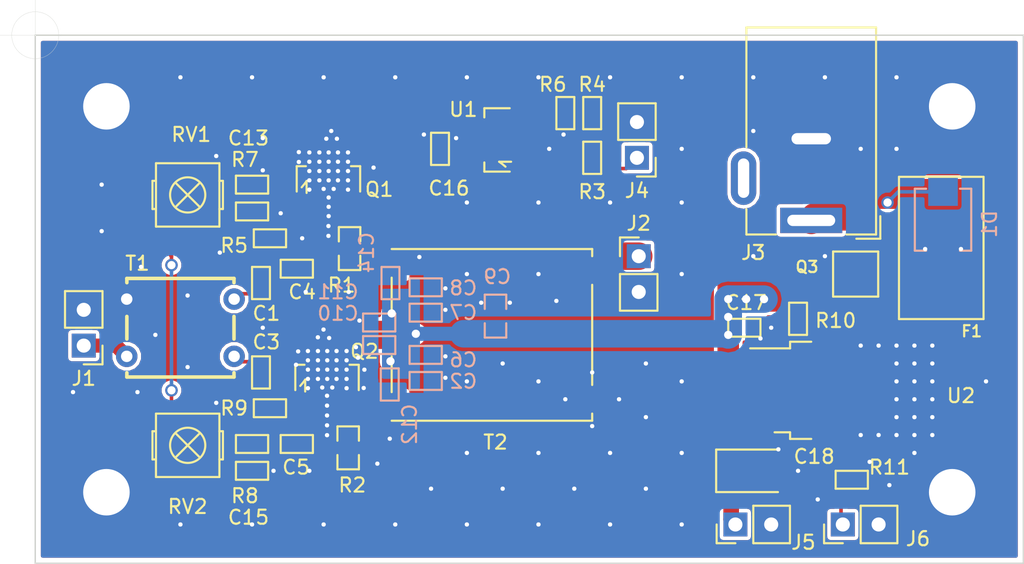
<source format=kicad_pcb>
(kicad_pcb (version 20171130) (host pcbnew "(5.0.0)")
  (layers (0 F.Cu signal) (31 B.Cu signal) (34 B.Paste user hide) (35 F.Paste user hide) (36 B.SilkS user) (37 F.SilkS user) (38 B.Mask user) (39 F.Mask user) (44 Edge.Cuts user))
  (net 0 "")
  (net 1 /VG1)
  (net 2 /VG2)
  (net 3 GND)
  (net 4 "Net-(C1-Pad1)")
  (net 5 "Net-(C1-Pad2)")
  (net 6 "Net-(C3-Pad1)")
  (net 7 "Net-(C3-Pad2)")
  (net 8 "Net-(C4-Pad2)")
  (net 9 "Net-(C5-Pad2)")
  (net 10 "Net-(D1-Pad1)")
  (net 11 "Net-(Q1-Pad3)")
  (net 12 "Net-(Q2-Pad3)")
  (net 13 "Net-(R4-Pad1)")
  (net 14 /7.2V)
  (net 15 "Net-(C16-Pad1)")
  (net 16 "Net-(J1-Pad1)")
  (net 17 "Net-(J2-Pad1)")
  (net 18 "Net-(J3-Pad3)")
  (net 19 "Net-(J4-Pad1)")
  (net 20 "Net-(Q1-Pad1)")
  (net 21 "Net-(Q2-Pad1)")
  (net 22 "Net-(F1-Pad1)")
  (net 23 "Net-(C18-Pad1)")
  (net 24 "Net-(J6-Pad1)")
  (net 25 "Net-(U2-Pad3)")
  (net 26 "Net-(U2-Pad5)")
  (module SDR-3:PinHeader_1x02_P2.54mm_Vertical (layer F.Cu) (at 107.442 104.14 180)
    (fp_text reference J1 (at 0 -2.33 180) (layer F.SilkS) (effects (font (thickness 0.1524))))
    (fp_text value Conn_01x02)
    (pad 2 thru_hole oval (at 0 2.54 180) (size 1.7 1.7) (drill 1) (layers *.Cu *.Mask) (net 3 GND))
    (pad 1 thru_hole rect (at 0 0 180) (size 1.7 1.7) (drill 1) (layers *.Cu *.Mask) (net 16 "Net-(J1-Pad1)"))
  )
  (module SDR-3:B62152A4X30_TRNS (layer F.Cu) (at 136.398 103.378 180)
    (fp_text reference T2 (at -0.254 -7.62 180) (layer F.SilkS) (effects (font (thickness 0.1524))))
    (fp_text value B62152A4X30 hide)
    (pad 2 smd rect (at 7.112 0 180) (size 2 2) (layers F.Cu F.Paste F.Mask) (net 14 /7.2V))
    (pad 4 smd rect (at -7.112 4.572 180) (size 2 2) (layers F.Cu F.Paste F.Mask) (net 17 "Net-(J2-Pad1)"))
    (pad 5 smd rect (at -7.112 -4.572 180) (size 2 2) (layers F.Cu F.Paste F.Mask) (net 3 GND))
    (pad 1 smd rect (at 7.112 5.08 180) (size 2 2) (layers F.Cu F.Paste F.Mask) (net 11 "Net-(Q1-Pad3)"))
    (pad 3 smd rect (at 7.112 -5.08 180) (size 2 2) (layers F.Cu F.Paste F.Mask) (net 12 "Net-(Q2-Pad3)"))
  )
  (module SDR-3:SM0603 (layer F.Cu) (at 132.715 90.17 90)
    (fp_text reference C16 (at -2.794 0.635 180) (layer F.SilkS) (effects (font (thickness 0.1524))))
    (fp_text value 1u hide)
    (pad 1 smd rect (at -0.762 0 90) (size 0.635 1.143) (layers F.Cu F.Paste F.Mask) (net 15 "Net-(C16-Pad1)"))
    (pad 2 smd rect (at 0.762 0 90) (size 0.635 1.143) (layers F.Cu F.Paste F.Mask) (net 3 GND))
  )
  (module SDR-3:FUSE (layer F.Cu) (at 168.275 97.155 90)
    (fp_text reference F1 (at -5.969 2.159 180) (layer F.SilkS) (effects (font (size 0.8 0.8) (thickness 0.1524))))
    (fp_text value Polyfuse)
    (pad 2 smd rect (at 3.7 0 90) (size 2.3 5.6) (layers F.Cu F.Paste F.Mask) (net 10 "Net-(D1-Pad1)"))
    (pad 1 smd rect (at -3.7 0 90) (size 2.3 5.6) (layers F.Cu F.Paste F.Mask) (net 22 "Net-(F1-Pad1)"))
  )
  (module SDR-3:BarrelJack_Wuerth_6941xx301002 (layer F.Cu) (at 159.05 95.25 180)
    (fp_text reference J3 (at 4.11 -2.286 180) (layer F.SilkS) (effects (font (thickness 0.1524))))
    (fp_text value Barrel_Jack)
    (pad 3 thru_hole oval (at 4.8 3 270) (size 3.8 1.8) (drill oval 2.8 0.8) (layers *.Cu *.Mask) (net 18 "Net-(J3-Pad3)"))
    (pad 2 thru_hole oval (at 0 5.8 180) (size 3.8 1.8) (drill oval 2.8 0.8) (layers *.Cu *.Mask) (net 3 GND))
    (pad 1 thru_hole rect (at 0 0 180) (size 4.4 1.8) (drill oval 3.4 0.8) (layers *.Cu *.Mask) (net 10 "Net-(D1-Pad1)"))
  )
  (module SDR-3:PinHeader_1x02_P2.54mm_Vertical (layer F.Cu) (at 146.685 90.805 180)
    (fp_text reference J4 (at 0 -2.33 180) (layer F.SilkS) (effects (font (thickness 0.1524))))
    (fp_text value Conn_01x02)
    (pad 1 thru_hole rect (at 0 0 180) (size 1.7 1.7) (drill 1) (layers *.Cu *.Mask) (net 19 "Net-(J4-Pad1)"))
    (pad 2 thru_hole oval (at 0 2.54 180) (size 1.7 1.7) (drill 1) (layers *.Cu *.Mask) (net 3 GND))
  )
  (module SDR-3:PinHeader_1x02_P2.54mm_Vertical (layer F.Cu) (at 153.67 116.84 90)
    (fp_text reference J5 (at -1.27 4.826 180) (layer F.SilkS) (effects (font (thickness 0.1524))))
    (fp_text value Conn_01x02)
    (pad 2 thru_hole oval (at 0 2.54 90) (size 1.7 1.7) (drill 1) (layers *.Cu *.Mask) (net 3 GND))
    (pad 1 thru_hole rect (at 0 0 90) (size 1.7 1.7) (drill 1) (layers *.Cu *.Mask) (net 23 "Net-(C18-Pad1)"))
  )
  (module SDR-3:SOT23_3 (layer F.Cu) (at 161.2 99.06 270)
    (fp_text reference Q3 (at -0.508 2.45) (layer F.SilkS) (effects (font (size 0.8 0.8) (thickness 0.1524))))
    (fp_text value DMP3099L)
    (pad 2 smd rect (at 0.95 0 270) (size 0.8 0.9) (layers F.Cu F.Paste F.Mask) (net 14 /7.2V))
    (pad 3 smd rect (at 0 -2 270) (size 0.8 0.9) (layers F.Cu F.Paste F.Mask) (net 22 "Net-(F1-Pad1)"))
    (pad 1 smd rect (at -0.95 0 270) (size 0.8 0.9) (layers F.Cu F.Paste F.Mask) (net 3 GND))
  )
  (module SDR-3:SM0603 (layer F.Cu) (at 120.65 108.585)
    (fp_text reference R9 (at -2.54 0) (layer F.SilkS) (effects (font (thickness 0.1524))))
    (fp_text value 4.7 hide)
    (pad 2 smd rect (at 0.762 0) (size 0.635 1.143) (layers F.Cu F.Paste F.Mask) (net 21 "Net-(Q2-Pad1)"))
    (pad 1 smd rect (at -0.762 0) (size 0.635 1.143) (layers F.Cu F.Paste F.Mask) (net 7 "Net-(C3-Pad2)"))
  )
  (module SDR-3:SM0805 (layer B.Cu) (at 136.652 102.0445 90)
    (fp_text reference C9 (at 2.794 0.127 180) (layer B.SilkS) (effects (font (thickness 0.1524)) (justify mirror)))
    (fp_text value 47u hide)
    (pad 1 smd rect (at -0.9525 0 90) (size 0.889 1.397) (layers B.Cu B.Paste B.Mask) (net 14 /7.2V))
    (pad 2 smd rect (at 0.9525 0 90) (size 0.889 1.397) (layers B.Cu B.Paste B.Mask) (net 3 GND))
  )
  (module SDR-3:smbj18ca (layer B.Cu) (at 168.4 95.2 270)
    (fp_text reference D1 (at 0.304 -3.304 270) (layer B.SilkS) (effects (justify mirror)))
    (fp_text value SMBJ18CA)
    (pad 2 smd rect (at 1.98 0 270) (size 2 2.1) (layers B.Cu B.Paste B.Mask) (net 3 GND))
    (pad 1 smd rect (at -1.98 0 270) (size 2 2.1) (layers B.Cu B.Paste B.Mask) (net 10 "Net-(D1-Pad1)"))
  )
  (module SDR-3:PinHeader_1x02_P2.54mm_Vertical (layer F.Cu) (at 146.812 97.79)
    (fp_text reference J2 (at 0 -2.33) (layer F.SilkS) (effects (font (thickness 0.1524))))
    (fp_text value Conn_01x02)
    (pad 1 thru_hole rect (at 0 0) (size 1.7 1.7) (drill 1) (layers *.Cu *.Mask) (net 17 "Net-(J2-Pad1)"))
    (pad 2 thru_hole oval (at 0 2.54) (size 1.7 1.7) (drill 1) (layers *.Cu *.Mask) (net 3 GND))
  )
  (module SDR-3:BN43-2402_TRNS (layer F.Cu) (at 114.3 102.87)
    (fp_text reference T1 (at -3.048 -4.572) (layer F.SilkS) (effects (font (thickness 0.1524))))
    (fp_text value BN43-2402 hide)
    (pad 4 thru_hole circle (at 3.81 -2.032) (size 1.524 1.524) (drill 0.8128) (layers *.Cu *.Mask) (net 4 "Net-(C1-Pad1)"))
    (pad 3 thru_hole circle (at 3.81 2.032) (size 1.524 1.524) (drill 0.8128) (layers *.Cu *.Mask) (net 6 "Net-(C3-Pad1)"))
    (pad 2 thru_hole circle (at -3.81 -2.032) (size 1.524 1.524) (drill 0.8128) (layers *.Cu *.Mask) (net 3 GND))
    (pad 1 thru_hole circle (at -3.81 2.032) (size 1.524 1.524) (drill 0.8128) (layers *.Cu *.Mask) (net 16 "Net-(J1-Pad1)"))
  )
  (module SDR-3:SOT89-3_Housing_RevA_02Sep2012 (layer F.Cu) (at 137.16 89.535 90)
    (fp_text reference U1 (at 2.159 -2.794 180) (layer F.SilkS) (effects (font (thickness 0.1524))))
    (fp_text value TA76431F hide)
    (pad 1 smd rect (at -1.50114 1.85166 90) (size 1.00076 1.50114) (layers F.Cu F.Paste F.Mask) (net 15 "Net-(C16-Pad1)"))
    (pad 2 smd rect (at 0 1.85166 90) (size 1.00076 1.50114) (layers F.Cu F.Paste F.Mask) (net 3 GND))
    (pad 3 smd rect (at 1.50114 1.85166 90) (size 1.00076 1.50114) (layers F.Cu F.Paste F.Mask) (net 13 "Net-(R4-Pad1)"))
    (pad 2 smd rect (at 0 -1.09982 90) (size 1.99898 2.99974) (layers F.Cu F.Paste F.Mask) (net 3 GND))
    (pad 2 smd trapezoid (at 0 0.7493 270) (size 1.50114 0.7493) (rect_delta 0 0.50038) (layers F.Cu F.Paste F.Mask) (net 3 GND))
  )
  (module SDR-3:SM0603 (layer F.Cu) (at 120.015 99.695 90)
    (fp_text reference C1 (at -2.159 0.381 180) (layer F.SilkS))
    (fp_text value 100n hide)
    (pad 1 smd rect (at -0.762 0 90) (size 0.635 1.143) (layers F.Cu F.Paste F.Mask) (net 4 "Net-(C1-Pad1)"))
    (pad 2 smd rect (at 0.762 0 90) (size 0.635 1.143) (layers F.Cu F.Paste F.Mask) (net 5 "Net-(C1-Pad2)"))
  )
  (module SDR-3:SM0603 (layer B.Cu) (at 131.7 106.65 180)
    (fp_text reference C2 (at -2.666 -0.03) (layer B.SilkS) (effects (justify mirror)))
    (fp_text value 1u hide)
    (pad 1 smd rect (at -0.762 0 180) (size 0.635 1.143) (layers B.Cu B.Paste B.Mask) (net 3 GND))
    (pad 2 smd rect (at 0.762 0 180) (size 0.635 1.143) (layers B.Cu B.Paste B.Mask) (net 14 /7.2V))
  )
  (module SDR-3:SM0603 (layer F.Cu) (at 120.015 106.045 270)
    (fp_text reference C3 (at -2.159 -0.381) (layer F.SilkS))
    (fp_text value 100n hide)
    (pad 1 smd rect (at -0.762 0 270) (size 0.635 1.143) (layers F.Cu F.Paste F.Mask) (net 6 "Net-(C3-Pad1)"))
    (pad 2 smd rect (at 0.762 0 270) (size 0.635 1.143) (layers F.Cu F.Paste F.Mask) (net 7 "Net-(C3-Pad2)"))
  )
  (module SDR-3:SM0603 (layer F.Cu) (at 122.555 98.679)
    (fp_text reference C4 (at 0.381 1.651) (layer F.SilkS))
    (fp_text value DNI hide)
    (pad 1 smd rect (at -0.762 0) (size 0.635 1.143) (layers F.Cu F.Paste F.Mask) (net 5 "Net-(C1-Pad2)"))
    (pad 2 smd rect (at 0.762 0) (size 0.635 1.143) (layers F.Cu F.Paste F.Mask) (net 8 "Net-(C4-Pad2)"))
  )
  (module SDR-3:SM0603 (layer F.Cu) (at 122.555 111.125)
    (fp_text reference C5 (at -0.05 1.651) (layer F.SilkS))
    (fp_text value DNI hide)
    (pad 2 smd rect (at 0.762 0) (size 0.635 1.143) (layers F.Cu F.Paste F.Mask) (net 9 "Net-(C5-Pad2)"))
    (pad 1 smd rect (at -0.762 0) (size 0.635 1.143) (layers F.Cu F.Paste F.Mask) (net 7 "Net-(C3-Pad2)"))
  )
  (module SDR-3:SM0603 (layer B.Cu) (at 131.7 104.8 180)
    (fp_text reference C6 (at -2.666 -0.356 180) (layer B.SilkS) (effects (justify mirror)))
    (fp_text value 1u hide)
    (pad 2 smd rect (at 0.762 0 180) (size 0.635 1.143) (layers B.Cu B.Paste B.Mask) (net 14 /7.2V))
    (pad 1 smd rect (at -0.762 0 180) (size 0.635 1.143) (layers B.Cu B.Paste B.Mask) (net 3 GND))
  )
  (module SDR-3:SM0603 (layer B.Cu) (at 131.7 101.8 180)
    (fp_text reference C7 (at -2.666 0 180) (layer B.SilkS) (effects (justify mirror)))
    (fp_text value 1u hide)
    (pad 1 smd rect (at -0.762 0 180) (size 0.635 1.143) (layers B.Cu B.Paste B.Mask) (net 3 GND))
    (pad 2 smd rect (at 0.762 0 180) (size 0.635 1.143) (layers B.Cu B.Paste B.Mask) (net 14 /7.2V))
  )
  (module SDR-3:SM0603 (layer B.Cu) (at 131.7 100 180)
    (fp_text reference C8 (at -2.666 -0.05 180) (layer B.SilkS) (effects (justify mirror)))
    (fp_text value 1u hide)
    (pad 2 smd rect (at 0.762 0 180) (size 0.635 1.143) (layers B.Cu B.Paste B.Mask) (net 14 /7.2V))
    (pad 1 smd rect (at -0.762 0 180) (size 0.635 1.143) (layers B.Cu B.Paste B.Mask) (net 3 GND))
  )
  (module SDR-3:SM0603 (layer B.Cu) (at 128.4 104.1)
    (fp_text reference C10 (at -2.924 -2.246) (layer B.SilkS) (effects (justify mirror)))
    (fp_text value 100n hide)
    (pad 2 smd rect (at 0.762 0) (size 0.635 1.143) (layers B.Cu B.Paste B.Mask) (net 14 /7.2V))
    (pad 1 smd rect (at -0.762 0) (size 0.635 1.143) (layers B.Cu B.Paste B.Mask) (net 3 GND))
  )
  (module SDR-3:SM0603 (layer B.Cu) (at 128.4 102.5)
    (fp_text reference C11 (at -2.924 -2.17) (layer B.SilkS) (effects (justify mirror)))
    (fp_text value 100n hide)
    (pad 2 smd rect (at 0.762 0) (size 0.635 1.143) (layers B.Cu B.Paste B.Mask) (net 14 /7.2V))
    (pad 1 smd rect (at -0.762 0) (size 0.635 1.143) (layers B.Cu B.Paste B.Mask) (net 3 GND))
  )
  (module SDR-3:SM0603 (layer B.Cu) (at 129.15 106.9 90)
    (fp_text reference C12 (at -2.828 1.406 90) (layer B.SilkS) (effects (justify mirror)))
    (fp_text value 100n hide)
    (pad 1 smd rect (at -0.762 0 90) (size 0.635 1.143) (layers B.Cu B.Paste B.Mask) (net 3 GND))
    (pad 2 smd rect (at 0.762 0 90) (size 0.635 1.143) (layers B.Cu B.Paste B.Mask) (net 14 /7.2V))
  )
  (module SDR-3:SM0603 (layer F.Cu) (at 119.38 92.71)
    (fp_text reference C13 (at -0.254 -3.302) (layer F.SilkS))
    (fp_text value 100n hide)
    (pad 2 smd rect (at 0.762 0) (size 0.635 1.143) (layers F.Cu F.Paste F.Mask) (net 3 GND))
    (pad 1 smd rect (at -0.762 0) (size 0.635 1.143) (layers F.Cu F.Paste F.Mask) (net 1 /VG1))
  )
  (module SDR-3:SM0603 (layer B.Cu) (at 129.2 99.7 270)
    (fp_text reference C14 (at -2.164 1.692 270) (layer B.SilkS) (effects (justify mirror)))
    (fp_text value 100n hide)
    (pad 2 smd rect (at 0.762 0 270) (size 0.635 1.143) (layers B.Cu B.Paste B.Mask) (net 14 /7.2V))
    (pad 1 smd rect (at -0.762 0 270) (size 0.635 1.143) (layers B.Cu B.Paste B.Mask) (net 3 GND))
  )
  (module SDR-3:SM0603 (layer F.Cu) (at 119.38 113.03)
    (fp_text reference C15 (at -0.254 3.302) (layer F.SilkS))
    (fp_text value 100n hide)
    (pad 1 smd rect (at -0.762 0) (size 0.635 1.143) (layers F.Cu F.Paste F.Mask) (net 2 /VG2))
    (pad 2 smd rect (at 0.762 0) (size 0.635 1.143) (layers F.Cu F.Paste F.Mask) (net 3 GND))
  )
  (module SDR-3:SOT89-3_Housing_RevA_02Sep2012 (layer F.Cu) (at 124.8 92.7)
    (fp_text reference Q1 (at 3.6 0.35) (layer F.SilkS))
    (fp_text value RFM04U6P hide)
    (pad 1 smd rect (at -1.50114 1.85166) (size 1.00076 1.50114) (layers F.Cu F.Paste F.Mask) (net 20 "Net-(Q1-Pad1)"))
    (pad 2 smd rect (at 0 1.85166) (size 1.00076 1.50114) (layers F.Cu F.Paste F.Mask) (net 3 GND))
    (pad 3 smd rect (at 1.50114 1.85166) (size 1.00076 1.50114) (layers F.Cu F.Paste F.Mask) (net 11 "Net-(Q1-Pad3)"))
    (pad 2 smd rect (at 0 -1.09982) (size 1.99898 2.99974) (layers F.Cu F.Paste F.Mask) (net 3 GND))
    (pad 2 smd trapezoid (at 0 0.7493 180) (size 1.50114 0.7493) (rect_delta 0 0.50038) (layers F.Cu F.Paste F.Mask) (net 3 GND))
  )
  (module SDR-3:SOT89-3_Housing_RevA_02Sep2012 (layer F.Cu) (at 124.7 106.8)
    (fp_text reference Q2 (at 2.65 -2.25) (layer F.SilkS))
    (fp_text value RFM04U6P hide)
    (pad 2 smd trapezoid (at 0 0.7493 180) (size 1.50114 0.7493) (rect_delta 0 0.50038) (layers F.Cu F.Paste F.Mask) (net 3 GND))
    (pad 2 smd rect (at 0 -1.09982) (size 1.99898 2.99974) (layers F.Cu F.Paste F.Mask) (net 3 GND))
    (pad 3 smd rect (at 1.50114 1.85166) (size 1.00076 1.50114) (layers F.Cu F.Paste F.Mask) (net 12 "Net-(Q2-Pad3)"))
    (pad 2 smd rect (at 0 1.85166) (size 1.00076 1.50114) (layers F.Cu F.Paste F.Mask) (net 3 GND))
    (pad 1 smd rect (at -1.50114 1.85166) (size 1.00076 1.50114) (layers F.Cu F.Paste F.Mask) (net 21 "Net-(Q2-Pad1)"))
  )
  (module SDR-3:SM0805 (layer F.Cu) (at 126.3 97.25 90)
    (fp_text reference R1 (at -2.6 -0.57 180) (layer F.SilkS))
    (fp_text value DNI hide)
    (pad 2 smd rect (at 0.9525 0 90) (size 0.889 1.397) (layers F.Cu F.Paste F.Mask) (net 11 "Net-(Q1-Pad3)"))
    (pad 1 smd rect (at -0.9525 0 90) (size 0.889 1.397) (layers F.Cu F.Paste F.Mask) (net 8 "Net-(C4-Pad2)"))
  )
  (module SDR-3:SM0805 (layer F.Cu) (at 126.2 111.4 90)
    (fp_text reference R2 (at -2.646 0.292) (layer F.SilkS))
    (fp_text value DNI hide)
    (pad 1 smd rect (at -0.9525 0 90) (size 0.889 1.397) (layers F.Cu F.Paste F.Mask) (net 9 "Net-(C5-Pad2)"))
    (pad 2 smd rect (at 0.9525 0 90) (size 0.889 1.397) (layers F.Cu F.Paste F.Mask) (net 12 "Net-(Q2-Pad3)"))
  )
  (module SDR-3:SM0603 (layer F.Cu) (at 143.51 90.805 90)
    (fp_text reference R3 (at -2.413 0 180) (layer F.SilkS))
    (fp_text value 2700 hide)
    (pad 1 smd rect (at -0.762 0 90) (size 0.635 1.143) (layers F.Cu F.Paste F.Mask) (net 19 "Net-(J4-Pad1)"))
    (pad 2 smd rect (at 0.762 0 90) (size 0.635 1.143) (layers F.Cu F.Paste F.Mask) (net 15 "Net-(C16-Pad1)"))
  )
  (module SDR-3:SM0603 (layer F.Cu) (at 143.51 87.63 270)
    (fp_text reference R4 (at -2.032 0) (layer F.SilkS))
    (fp_text value 470 hide)
    (pad 2 smd rect (at 0.762 0 270) (size 0.635 1.143) (layers F.Cu F.Paste F.Mask) (net 15 "Net-(C16-Pad1)"))
    (pad 1 smd rect (at -0.762 0 270) (size 0.635 1.143) (layers F.Cu F.Paste F.Mask) (net 13 "Net-(R4-Pad1)"))
  )
  (module SDR-3:SM0603 (layer F.Cu) (at 120.65 96.52)
    (fp_text reference R5 (at -2.54 0.508) (layer F.SilkS))
    (fp_text value 4.7 hide)
    (pad 2 smd rect (at 0.762 0) (size 0.635 1.143) (layers F.Cu F.Paste F.Mask) (net 20 "Net-(Q1-Pad1)"))
    (pad 1 smd rect (at -0.762 0) (size 0.635 1.143) (layers F.Cu F.Paste F.Mask) (net 5 "Net-(C1-Pad2)"))
  )
  (module SDR-3:SM0603 (layer F.Cu) (at 141.605 87.63 90)
    (fp_text reference R6 (at 2.032 -0.889 180) (layer F.SilkS))
    (fp_text value 1500 hide)
    (pad 1 smd rect (at -0.762 0 90) (size 0.635 1.143) (layers F.Cu F.Paste F.Mask) (net 3 GND))
    (pad 2 smd rect (at 0.762 0 90) (size 0.635 1.143) (layers F.Cu F.Paste F.Mask) (net 13 "Net-(R4-Pad1)"))
  )
  (module SDR-3:SM0603 (layer F.Cu) (at 119.38 94.615)
    (fp_text reference R7 (at -0.508 -3.683) (layer F.SilkS))
    (fp_text value 100 hide)
    (pad 2 smd rect (at 0.762 0) (size 0.635 1.143) (layers F.Cu F.Paste F.Mask) (net 5 "Net-(C1-Pad2)"))
    (pad 1 smd rect (at -0.762 0) (size 0.635 1.143) (layers F.Cu F.Paste F.Mask) (net 1 /VG1))
  )
  (module SDR-3:SM0603 (layer F.Cu) (at 119.38 111.125)
    (fp_text reference R8 (at -0.508 3.683) (layer F.SilkS))
    (fp_text value 100 hide)
    (pad 1 smd rect (at -0.762 0) (size 0.635 1.143) (layers F.Cu F.Paste F.Mask) (net 2 /VG2))
    (pad 2 smd rect (at 0.762 0) (size 0.635 1.143) (layers F.Cu F.Paste F.Mask) (net 7 "Net-(C3-Pad2)"))
  )
  (module SDR-3:TS4YJ (layer F.Cu) (at 113.665 91.44 270)
    (fp_text reference RV1 (at -2.286 -1.397 180) (layer F.SilkS))
    (fp_text value 1000 hide)
    (pad 2 smd rect (at 4 -1.15) (size 2 2) (layers F.Cu F.Paste F.Mask) (net 1 /VG1))
    (pad 1 smd rect (at 0 0) (size 1.3 2) (layers F.Cu F.Paste F.Mask) (net 15 "Net-(C16-Pad1)"))
    (pad 3 smd rect (at 0 -2.3) (size 1.3 2) (layers F.Cu F.Paste F.Mask) (net 3 GND))
  )
  (module SDR-3:TS4YJ (layer F.Cu) (at 113.665 109.22 270)
    (fp_text reference RV2 (at 6.35 -1.143) (layer F.SilkS))
    (fp_text value 1000 hide)
    (pad 3 smd rect (at 0 -2.3) (size 1.3 2) (layers F.Cu F.Paste F.Mask) (net 3 GND))
    (pad 1 smd rect (at 0 0) (size 1.3 2) (layers F.Cu F.Paste F.Mask) (net 15 "Net-(C16-Pad1)"))
    (pad 2 smd rect (at 4 -1.15) (size 2 2) (layers F.Cu F.Paste F.Mask) (net 2 /VG2))
  )
  (module SDR-3:m3 (layer F.Cu) (at 109.05 87.15)
    (fp_text reference MH1 hide)
    (fp_text value TestPoint hide)
    (pad 1 thru_hole circle (at 0 0) (size 5.3 5.3) (drill 3.3) (layers *.Cu *.Mask) (net 3 GND))
  )
  (module SDR-3:m3 (layer F.Cu) (at 169.05 87.15)
    (fp_text reference MH2 hide)
    (fp_text value TestPoint hide)
    (pad 1 thru_hole circle (at 0 0) (size 5.3 5.3) (drill 3.3) (layers *.Cu *.Mask) (net 3 GND))
  )
  (module SDR-3:m3 (layer F.Cu) (at 169.05 114.55)
    (fp_text reference MH3 hide)
    (fp_text value TestPoint hide)
    (pad 1 thru_hole circle (at 0 0) (size 5.3 5.3) (drill 3.3) (layers *.Cu *.Mask) (net 3 GND))
  )
  (module SDR-3:m3 (layer F.Cu) (at 109.05 114.55)
    (fp_text reference MH4 hide)
    (fp_text value TestPoint hide)
    (pad 1 thru_hole circle (at 0 0) (size 5.3 5.3) (drill 3.3) (layers *.Cu *.Mask) (net 3 GND))
  )
  (module SDR-3:SM0603 (layer F.Cu) (at 154.305 102.87 180)
    (fp_text reference C17 (at -0.127 1.778 180) (layer F.SilkS) (effects (font (thickness 0.1524))))
    (fp_text value 0.33u hide)
    (pad 1 smd rect (at -0.762 0 180) (size 0.635 1.143) (layers F.Cu F.Paste F.Mask) (net 3 GND))
    (pad 2 smd rect (at 0.762 0 180) (size 0.635 1.143) (layers F.Cu F.Paste F.Mask) (net 14 /7.2V))
  )
  (module SDR-3:CP_EIA-3528-15_AVX-H_Pad1.50x2.35mm_HandSolder (layer F.Cu) (at 154.94 113.03)
    (fp_text reference C18 (at 4.318 -1.016) (layer F.SilkS) (effects (font (thickness 0.1524))))
    (fp_text value 22u)
    (pad 1 smd roundrect (at -1.625 0) (size 1.5 2.35) (layers F.Cu F.Paste F.Mask) (roundrect_rratio 0.166667) (net 23 "Net-(C18-Pad1)"))
    (pad 2 smd roundrect (at 1.625 0) (size 1.5 2.35) (layers F.Cu F.Paste F.Mask) (roundrect_rratio 0.166667) (net 3 GND))
  )
  (module SDR-3:PinHeader_1x02_P2.54mm_Vertical (layer F.Cu) (at 161.29 116.84 90)
    (fp_text reference J6 (at -1.016 5.334 180) (layer F.SilkS) (effects (font (thickness 0.1524))))
    (fp_text value Conn_01x02)
    (pad 1 thru_hole rect (at 0 0 90) (size 1.7 1.7) (drill 1) (layers *.Cu *.Mask) (net 24 "Net-(J6-Pad1)"))
    (pad 2 thru_hole oval (at 0 2.54 90) (size 1.7 1.7) (drill 1) (layers *.Cu *.Mask) (net 3 GND))
  )
  (module SDR-3:SM0603 (layer F.Cu) (at 158.115 102.235 90)
    (fp_text reference R10 (at -0.127 2.667 180) (layer F.SilkS) (effects (font (thickness 0.1524))))
    (fp_text value 10k hide)
    (pad 2 smd rect (at 0.762 0 90) (size 0.635 1.143) (layers F.Cu F.Paste F.Mask) (net 14 /7.2V))
    (pad 1 smd rect (at -0.762 0 90) (size 0.635 1.143) (layers F.Cu F.Paste F.Mask) (net 24 "Net-(J6-Pad1)"))
  )
  (module SDR-3:SM0603 (layer F.Cu) (at 161.925 113.665 180)
    (fp_text reference R11 (at -2.667 0.889 180) (layer F.SilkS) (effects (font (thickness 0.1524))))
    (fp_text value DNI hide)
    (pad 1 smd rect (at -0.762 0 180) (size 0.635 1.143) (layers F.Cu F.Paste F.Mask) (net 3 GND))
    (pad 2 smd rect (at 0.762 0 180) (size 0.635 1.143) (layers F.Cu F.Paste F.Mask) (net 24 "Net-(J6-Pad1)"))
  )
  (module SDR-3:TO-252-5_TabPin6 (layer F.Cu) (at 160.02 107.315)
    (fp_text reference U2 (at 9.652 0.381) (layer F.SilkS) (effects (font (thickness 0.1524))))
    (fp_text value BA50BC0WFP)
    (pad 1 smd rect (at -4.2 -2.28) (size 2.2 0.8) (layers F.Cu F.Paste F.Mask) (net 24 "Net-(J6-Pad1)"))
    (pad 2 smd rect (at -4.2 -1.14) (size 2.2 0.8) (layers F.Cu F.Paste F.Mask) (net 14 /7.2V))
    (pad 3 smd rect (at -4.2 0) (size 2.2 0.8) (layers F.Cu F.Paste F.Mask) (net 25 "Net-(U2-Pad3)"))
    (pad 4 smd rect (at -4.2 1.14) (size 2.2 0.8) (layers F.Cu F.Paste F.Mask) (net 23 "Net-(C18-Pad1)"))
    (pad 5 smd rect (at -4.2 2.28) (size 2.2 0.8) (layers F.Cu F.Paste F.Mask) (net 26 "Net-(U2-Pad5)"))
    (pad 6 smd rect (at 2.1 0) (size 6.4 5.8) (layers F.Cu F.Mask) (net 3 GND))
  )
  (target plus (at 104 82.1) (size 5) (width 0.02) (layer Edge.Cuts))
  (gr_line (start 104 119.6) (end 174.1 119.6) (angle 90) (layer Edge.Cuts) (width 0.1))
  (gr_line (start 174.1 119.6) (end 174.1 82.1) (angle 90) (layer Edge.Cuts) (width 0.1))
  (gr_line (start 104 82.1) (end 174.1 82.1) (angle 90) (layer Edge.Cuts) (width 0.1))
  (gr_line (start 104 119.6) (end 104 82.1) (angle 90) (layer Edge.Cuts) (width 0.1))
  (segment (start 114.815 95.44) (end 114.815 94.735) (width 0.254) (layer F.Cu) (net 1))
  (segment (start 114.935 94.615) (end 118.618 94.615) (width 0.254) (layer F.Cu) (net 1))
  (segment (start 114.815 94.735) (end 114.935 94.615) (width 0.254) (layer F.Cu) (net 1))
  (segment (start 118.618 92.71) (end 118.618 94.615) (width 0.254) (layer F.Cu) (net 1))
  (segment (start 118.618 111.125) (end 118.618 113.03) (width 0.254) (layer F.Cu) (net 2))
  (segment (start 115.005 113.03) (end 114.815 113.22) (width 0.254) (layer F.Cu) (net 2))
  (segment (start 118.618 113.03) (end 115.005 113.03) (width 0.254) (layer F.Cu) (net 2))
  (segment (start 124.7156 106.5052) (end 124.7156 103.7344) (width 0.254) (layer B.Cu) (net 3))
  (via (at 124.7156 106.5052) (size 0.61) (layers F.Cu B.Cu) (net 3))
  (segment (start 124.7 105.70018) (end 125.73938 105.70018) (width 0.254) (layer F.Cu) (net 3))
  (segment (start 125.73938 105.70018) (end 124.7156 106.5052) (width 0.254) (layer F.Cu) (net 3))
  (via (at 124.45 103) (size 0.61) (layers F.Cu B.Cu) (net 3))
  (segment (start 124.45 103.15) (end 124.45 103) (width 0.254) (layer B.Cu) (net 3))
  (segment (start 124.05 103.55) (end 124.45 103.15) (width 0.254) (layer B.Cu) (net 3))
  (via (at 124.05 103.55) (size 0.61) (layers F.Cu B.Cu) (net 3))
  (segment (start 124.8 103.55) (end 124.05 103.55) (width 0.254) (layer F.Cu) (net 3))
  (segment (start 124.85 103.6) (end 124.8 103.55) (width 0.254) (layer F.Cu) (net 3))
  (via (at 124.85 103.6) (size 0.61) (layers F.Cu B.Cu) (net 3))
  (segment (start 124.7156 103.7344) (end 124.85 103.6) (width 0.254) (layer B.Cu) (net 3))
  (segment (start 123.444 90.424) (end 122.724 90.424) (width 0.254) (layer F.Cu) (net 3))
  (segment (start 122.3772 91.3384) (end 123.444 90.424) (width 0.254) (layer F.Cu) (net 3))
  (via (at 123.444 90.424) (size 0.61) (layers F.Cu B.Cu) (net 3))
  (segment (start 121.5136 91.3384) (end 122.3772 91.3384) (width 0.254) (layer F.Cu) (net 3))
  (segment (start 122.45 90.85) (end 122.25 90.85) (width 0.254) (layer F.Cu) (net 3))
  (segment (start 122.7 91.1) (end 122.45 90.85) (width 0.254) (layer F.Cu) (net 3))
  (via (at 122.7 91.1) (size 0.61) (layers F.Cu B.Cu) (net 3))
  (segment (start 122.7 90.4) (end 122.7 91.1) (width 0.254) (layer B.Cu) (net 3))
  (via (at 122.7 90.4) (size 0.61) (layers F.Cu B.Cu) (net 3))
  (segment (start 122.724 90.424) (end 122.7 90.4) (width 0.254) (layer F.Cu) (net 3))
  (segment (start 124.8 91.60018) (end 124.8 89.6) (width 0.254) (layer F.Cu) (net 3))
  (via (at 125 88.9) (size 0.61) (layers F.Cu B.Cu) (net 3))
  (segment (start 125 89.05) (end 125 88.9) (width 0.254) (layer F.Cu) (net 3))
  (segment (start 125.4 89.45) (end 125 89.05) (width 0.254) (layer F.Cu) (net 3))
  (via (at 125.4 89.45) (size 0.61) (layers F.Cu B.Cu) (net 3))
  (segment (start 124.65 89.45) (end 125.4 89.45) (width 0.254) (layer B.Cu) (net 3))
  (via (at 124.65 89.45) (size 0.61) (layers F.Cu B.Cu) (net 3))
  (segment (start 124.8 89.6) (end 124.65 89.45) (width 0.254) (layer F.Cu) (net 3))
  (segment (start 124.8 94.55166) (end 124.8 95.65) (width 0.254) (layer F.Cu) (net 3))
  (segment (start 124.8 96.35) (end 124.75 96.4) (width 0.254) (layer F.Cu) (net 3))
  (via (at 124.8 96.35) (size 0.61) (layers F.Cu B.Cu) (net 3))
  (segment (start 124.8 95.65) (end 124.8 96.35) (width 0.254) (layer B.Cu) (net 3))
  (via (at 124.8 95.65) (size 0.61) (layers F.Cu B.Cu) (net 3))
  (segment (start 126.0872 105.1844) (end 126.7156 105.1844) (width 0.254) (layer F.Cu) (net 3))
  (segment (start 122.5 105.5) (end 126.5536 105.6) (width 0.254) (layer F.Cu) (net 3))
  (via (at 126.0872 105.1844) (size 0.61) (layers F.Cu B.Cu) (net 3))
  (segment (start 126.5536 105.6) (end 126.0872 105.1844) (width 0.254) (layer F.Cu) (net 3))
  (via (at 122.5 105.5) (size 0.889) (layers F.Cu B.Cu) (net 3))
  (via (at 126.9 105) (size 0.61) (layers F.Cu B.Cu) (net 3))
  (segment (start 126.7156 105.1844) (end 126.9 105) (width 0.254) (layer F.Cu) (net 3))
  (segment (start 126.0872 104.524) (end 126.476 104.524) (width 0.254) (layer F.Cu) (net 3))
  (segment (start 122.5 105.5) (end 122.068 105.5) (width 0.254) (layer F.Cu) (net 3))
  (via (at 126.0872 104.524) (size 0.61) (layers F.Cu B.Cu) (net 3))
  (segment (start 122.068 105.5) (end 126.0872 104.524) (width 0.254) (layer F.Cu) (net 3))
  (via (at 126.75 104.25) (size 0.61) (layers F.Cu B.Cu) (net 3))
  (segment (start 126.476 104.524) (end 126.75 104.25) (width 0.254) (layer F.Cu) (net 3))
  (segment (start 123.344 104.524) (end 122.676 104.524) (width 0.254) (layer F.Cu) (net 3))
  (via (at 123.344 104.524) (size 0.61) (layers F.Cu B.Cu) (net 3))
  (segment (start 124.7 105.88) (end 123.344 104.524) (width 0.254) (layer F.Cu) (net 3))
  (via (at 122.65 104.55) (size 0.61) (layers F.Cu B.Cu) (net 3))
  (segment (start 122.676 104.524) (end 122.65 104.55) (width 0.254) (layer F.Cu) (net 3))
  (segment (start 129.15 107.662) (end 129.15 110.75) (width 0.254) (layer B.Cu) (net 3))
  (via (at 129.15 110.75) (size 0.889) (layers F.Cu B.Cu) (net 3))
  (segment (start 126.0872 107.1656) (end 127.2844 107.1656) (width 0.254) (layer F.Cu) (net 3))
  (segment (start 122.5 105.5) (end 122.5 105.71) (width 0.254) (layer F.Cu) (net 3))
  (via (at 126.0872 107.1656) (size 0.61) (layers F.Cu B.Cu) (net 3))
  (segment (start 122.5 105.71) (end 126.0872 107.1656) (width 0.254) (layer F.Cu) (net 3))
  (via (at 127.3 107.15) (size 0.889) (layers F.Cu B.Cu) (net 3))
  (segment (start 127.2844 107.1656) (end 127.3 107.15) (width 0.254) (layer F.Cu) (net 3))
  (segment (start 126.0872 105.8448) (end 127.3448 105.8448) (width 0.254) (layer B.Cu) (net 3))
  (segment (start 122.5 105.5) (end 126.586 105.6) (width 0.254) (layer F.Cu) (net 3))
  (via (at 126.0872 105.8448) (size 0.61) (layers F.Cu B.Cu) (net 3))
  (segment (start 126.586 105.6) (end 126.0872 105.8448) (width 0.254) (layer F.Cu) (net 3))
  (via (at 127.35 105.85) (size 0.889) (layers F.Cu B.Cu) (net 3))
  (segment (start 127.3448 105.8448) (end 127.35 105.85) (width 0.254) (layer B.Cu) (net 3))
  (segment (start 127.3988 105.6) (end 122.5 105.5) (width 0.254) (layer F.Cu) (net 3))
  (via (at 126.0872 106.5052) (size 0.61) (layers F.Cu B.Cu) (net 3))
  (segment (start 127.3988 105.6) (end 126.0872 106.5052) (width 0.254) (layer F.Cu) (net 3))
  (segment (start 123.55902 105.70018) (end 125.84098 105.70018) (width 0.254) (layer F.Cu) (net 3))
  (via (at 123.344 105.8448) (size 0.61) (layers F.Cu B.Cu) (net 3))
  (segment (start 124.7 110.75166) (end 124.7128 109.5837) (width 0.254) (layer F.Cu) (net 3))
  (segment (start 124.7 110.75166) (end 124.7 107.80018) (width 0.254) (layer F.Cu) (net 3))
  (segment (start 124.7 110.75166) (end 124.7 107.98) (width 0.254) (layer F.Cu) (net 3))
  (segment (start 124.7 110.75166) (end 124.7128 109.9268) (width 0.254) (layer F.Cu) (net 3))
  (segment (start 124.7 110.75166) (end 124.7128 109.5837) (width 0.254) (layer F.Cu) (net 3))
  (segment (start 124.7 110.75166) (end 124.7 107.80018) (width 0.254) (layer F.Cu) (net 3))
  (segment (start 124.7 110.75166) (end 124.7 107.98) (width 0.254) (layer F.Cu) (net 3))
  (segment (start 124.7 110.75166) (end 124.7128 109.9268) (width 0.254) (layer F.Cu) (net 3))
  (via (at 124.7 110.5) (size 0.61) (layers F.Cu B.Cu) (net 3))
  (segment (start 124.7 108.68) (end 124.7284 110.4588) (width 0.254) (layer F.Cu) (net 3))
  (segment (start 124.7 110.75166) (end 124.7128 109.5837) (width 0.254) (layer F.Cu) (net 3))
  (segment (start 124.7 110.75166) (end 124.7 107.80018) (width 0.254) (layer F.Cu) (net 3))
  (segment (start 124.7 110.75166) (end 124.7 107.98) (width 0.254) (layer F.Cu) (net 3))
  (segment (start 124.7 110.75166) (end 124.7128 109.9268) (width 0.254) (layer F.Cu) (net 3))
  (segment (start 124.7 110.05166) (end 124.7128 109.2268) (width 0.254) (layer F.Cu) (net 3))
  (segment (start 124.7 110.05166) (end 124.7 107.28) (width 0.254) (layer F.Cu) (net 3))
  (segment (start 124.7 110.05166) (end 124.7 107.10018) (width 0.254) (layer F.Cu) (net 3))
  (segment (start 124.7 110.05166) (end 124.7128 108.8837) (width 0.254) (layer F.Cu) (net 3))
  (segment (start 124.7 110.75166) (end 124.7128 109.5837) (width 0.254) (layer F.Cu) (net 3))
  (segment (start 124.7 107.98) (end 124.7284 109.7588) (width 0.254) (layer F.Cu) (net 3))
  (segment (start 124.7 110.75166) (end 124.7 107.80018) (width 0.254) (layer F.Cu) (net 3))
  (segment (start 124.7 110.75166) (end 124.7 107.98) (width 0.254) (layer F.Cu) (net 3))
  (segment (start 124.7 110.75166) (end 124.7128 109.9268) (width 0.254) (layer F.Cu) (net 3))
  (via (at 124.7 109.8) (size 0.61) (layers F.Cu B.Cu) (net 3))
  (segment (start 124.7 110.05166) (end 124.7128 109.2268) (width 0.254) (layer F.Cu) (net 3))
  (segment (start 124.7 110.05166) (end 124.7 107.28) (width 0.254) (layer F.Cu) (net 3))
  (segment (start 124.7 110.05166) (end 124.7 107.10018) (width 0.254) (layer F.Cu) (net 3))
  (segment (start 124.7 110.05166) (end 124.7128 108.8837) (width 0.254) (layer F.Cu) (net 3))
  (segment (start 124.7 109.35166) (end 124.7128 108.1837) (width 0.254) (layer F.Cu) (net 3))
  (segment (start 124.7 109.35166) (end 124.7 106.40018) (width 0.254) (layer F.Cu) (net 3))
  (segment (start 124.7 109.35166) (end 124.7 106.58) (width 0.254) (layer F.Cu) (net 3))
  (segment (start 124.7 109.35166) (end 124.7128 108.5268) (width 0.254) (layer F.Cu) (net 3))
  (via (at 124.7 109.1) (size 0.61) (layers F.Cu B.Cu) (net 3))
  (segment (start 124.7 110.05166) (end 124.7128 109.2268) (width 0.254) (layer F.Cu) (net 3))
  (segment (start 124.7 110.05166) (end 124.7 107.28) (width 0.254) (layer F.Cu) (net 3))
  (segment (start 124.7 110.05166) (end 124.7 107.10018) (width 0.254) (layer F.Cu) (net 3))
  (segment (start 124.7 107.28) (end 124.7284 109.0588) (width 0.254) (layer F.Cu) (net 3))
  (segment (start 124.7 110.05166) (end 124.7128 108.8837) (width 0.254) (layer F.Cu) (net 3))
  (segment (start 124.7 109.35166) (end 124.7128 108.1837) (width 0.254) (layer F.Cu) (net 3))
  (segment (start 124.7 106.58) (end 124.7284 108.3588) (width 0.254) (layer F.Cu) (net 3))
  (segment (start 124.7 109.35166) (end 124.7 106.40018) (width 0.254) (layer F.Cu) (net 3))
  (segment (start 124.7 109.35166) (end 124.7 106.58) (width 0.254) (layer F.Cu) (net 3))
  (segment (start 124.7 109.35166) (end 124.7128 108.5268) (width 0.254) (layer F.Cu) (net 3))
  (via (at 124.7 108.4) (size 0.61) (layers F.Cu B.Cu) (net 3))
  (via (at 124.7 107.7) (size 0.61) (layers F.Cu B.Cu) (net 3))
  (segment (start 124.7 108.65166) (end 124.7128 107.8268) (width 0.254) (layer F.Cu) (net 3))
  (segment (start 124.7128 107.8268) (end 126.0872 106.5052) (width 0.254) (layer F.Cu) (net 3))
  (segment (start 124.7 108.65166) (end 124.7 105.88) (width 0.254) (layer F.Cu) (net 3))
  (segment (start 124.7 108.65166) (end 124.7 105.70018) (width 0.254) (layer F.Cu) (net 3))
  (segment (start 124.7 105.70018) (end 124.18422 105.1844) (width 0.254) (layer F.Cu) (net 3))
  (via (at 123.344 105.1844) (size 0.61) (layers F.Cu B.Cu) (net 3))
  (segment (start 123.1408 105.3876) (end 123.344 105.1844) (width 0.254) (layer F.Cu) (net 3))
  (segment (start 124.18422 105.1844) (end 123.344 105.1844) (width 0.254) (layer F.Cu) (net 3))
  (segment (start 124.7 105.70018) (end 123.344 107.05618) (width 0.254) (layer F.Cu) (net 3))
  (via (at 123.344 107.1656) (size 0.61) (layers F.Cu B.Cu) (net 3))
  (segment (start 123.344 107.05618) (end 123.344 107.1656) (width 0.254) (layer F.Cu) (net 3))
  (segment (start 124.7 105.70018) (end 124.55538 105.8448) (width 0.254) (layer F.Cu) (net 3))
  (via (at 123.344 106.5052) (size 0.61) (layers F.Cu B.Cu) (net 3))
  (segment (start 124.0044 105.8448) (end 123.344 106.5052) (width 0.254) (layer F.Cu) (net 3))
  (segment (start 124.55538 105.8448) (end 124.0044 105.8448) (width 0.254) (layer F.Cu) (net 3))
  (segment (start 124.0552 104.524) (end 124.72338 104.53178) (width 0.254) (layer F.Cu) (net 3))
  (via (at 124.7156 104.524) (size 0.61) (layers F.Cu B.Cu) (net 3))
  (segment (start 124.7156 104.524) (end 124.72338 104.53178) (width 0.254) (layer F.Cu) (net 3))
  (via (at 124.0552 104.524) (size 0.61) (layers F.Cu B.Cu) (net 3))
  (segment (start 125.36822 104.53178) (end 125.376 104.524) (width 0.254) (layer F.Cu) (net 3))
  (segment (start 124.7 105.70018) (end 125.36822 104.53178) (width 0.254) (layer F.Cu) (net 3))
  (via (at 125.376 104.524) (size 0.61) (layers F.Cu B.Cu) (net 3))
  (segment (start 124.06298 105.19218) (end 124.0552 105.1844) (width 0.254) (layer F.Cu) (net 3))
  (segment (start 124.7 105.70018) (end 124.06298 105.19218) (width 0.254) (layer F.Cu) (net 3))
  (via (at 124.0552 105.1844) (size 0.61) (layers F.Cu B.Cu) (net 3))
  (segment (start 124.72338 105.19218) (end 124.7156 105.1844) (width 0.254) (layer F.Cu) (net 3))
  (segment (start 124.7 105.70018) (end 124.72338 105.19218) (width 0.254) (layer F.Cu) (net 3))
  (via (at 124.7156 105.1844) (size 0.61) (layers F.Cu B.Cu) (net 3))
  (segment (start 125.26662 105.29378) (end 125.376 105.1844) (width 0.254) (layer F.Cu) (net 3))
  (segment (start 124.7 105.70018) (end 125.26662 105.29378) (width 0.254) (layer F.Cu) (net 3))
  (via (at 125.376 105.1844) (size 0.61) (layers F.Cu B.Cu) (net 3))
  (segment (start 124.04742 105.85258) (end 124.0552 105.8448) (width 0.254) (layer F.Cu) (net 3))
  (segment (start 124.7 105.70018) (end 124.04742 105.85258) (width 0.254) (layer F.Cu) (net 3))
  (via (at 124.0552 105.8448) (size 0.61) (layers F.Cu B.Cu) (net 3))
  (segment (start 124.70782 105.85258) (end 124.7156 105.8448) (width 0.254) (layer F.Cu) (net 3))
  (segment (start 124.7 105.70018) (end 124.70782 105.85258) (width 0.254) (layer F.Cu) (net 3))
  (via (at 124.7156 105.8448) (size 0.61) (layers F.Cu B.Cu) (net 3))
  (segment (start 125.33298 105.80178) (end 125.376 105.8448) (width 0.254) (layer F.Cu) (net 3))
  (segment (start 124.7 105.70018) (end 125.33298 105.80178) (width 0.254) (layer F.Cu) (net 3))
  (via (at 125.376 105.8448) (size 0.61) (layers F.Cu B.Cu) (net 3))
  (segment (start 125.84098 105.70018) (end 124.0044 106.5052) (width 0.254) (layer F.Cu) (net 3))
  (segment (start 124.0044 106.5052) (end 124.0552 106.5052) (width 0.254) (layer F.Cu) (net 3))
  (via (at 124.0552 106.5052) (size 0.61) (layers F.Cu B.Cu) (net 3))
  (segment (start 125.02818 105.70018) (end 125.376 106.5052) (width 0.254) (layer F.Cu) (net 3))
  (segment (start 124.7 105.70018) (end 125.02818 105.70018) (width 0.254) (layer F.Cu) (net 3))
  (via (at 125.376 106.5052) (size 0.61) (layers F.Cu B.Cu) (net 3))
  (segment (start 124.7 105.88) (end 124.36 107.1148) (width 0.254) (layer F.Cu) (net 3))
  (via (at 124.36 107.1148) (size 0.61) (layers F.Cu B.Cu) (net 3))
  (segment (start 124.7 105.9308) (end 125.0712 107.1148) (width 0.254) (layer F.Cu) (net 3))
  (segment (start 124.7 105.70018) (end 124.7 105.9308) (width 0.254) (layer F.Cu) (net 3))
  (via (at 125.0712 107.1148) (size 0.61) (layers F.Cu B.Cu) (net 3))
  (segment (start 124.7 105.88) (end 124.7284 107.6588) (width 0.254) (layer F.Cu) (net 3))
  (segment (start 124.7 105.70018) (end 124.7 105.88) (width 0.254) (layer F.Cu) (net 3))
  (segment (start 121.5136 91.3384) (end 121.5136 91.8972) (width 0.254) (layer F.Cu) (net 3))
  (via (at 123.444 93.0656) (size 0.61) (layers F.Cu B.Cu) (net 3))
  (segment (start 122.7328 93.1164) (end 123.444 93.0656) (width 0.254) (layer F.Cu) (net 3))
  (segment (start 121.5136 91.8972) (end 122.7328 93.1164) (width 0.254) (layer F.Cu) (net 3))
  (segment (start 121.5136 91.3384) (end 121.8692 91.3384) (width 0.254) (layer F.Cu) (net 3))
  (via (at 123.444 92.4052) (size 0.61) (layers F.Cu B.Cu) (net 3))
  (segment (start 121.8692 91.3384) (end 123.444 92.4052) (width 0.254) (layer F.Cu) (net 3))
  (segment (start 121.5136 91.3384) (end 122.8344 91.3384) (width 0.254) (layer F.Cu) (net 3))
  (via (at 123.444 91.7448) (size 0.61) (layers F.Cu B.Cu) (net 3))
  (segment (start 122.8344 91.3384) (end 123.444 91.7448) (width 0.254) (layer F.Cu) (net 3))
  (segment (start 121.5136 91.3384) (end 123.2408 91.2876) (width 0.254) (layer F.Cu) (net 3))
  (via (at 123.444 91.0844) (size 0.61) (layers F.Cu B.Cu) (net 3))
  (segment (start 123.2408 91.2876) (end 123.444 91.0844) (width 0.254) (layer F.Cu) (net 3))
  (segment (start 128 91.5) (end 128 91.71) (width 0.254) (layer F.Cu) (net 3))
  (via (at 126.1872 93.0656) (size 0.61) (layers F.Cu B.Cu) (net 3))
  (segment (start 128 91.71) (end 126.1872 93.0656) (width 0.254) (layer F.Cu) (net 3))
  (segment (start 128 91.5) (end 127.4988 91.5) (width 0.254) (layer F.Cu) (net 3))
  (via (at 126.1872 92.4052) (size 0.61) (layers F.Cu B.Cu) (net 3))
  (segment (start 127.4988 91.5) (end 126.1872 92.4052) (width 0.254) (layer F.Cu) (net 3))
  (segment (start 128 91.5) (end 126.686 91.5) (width 0.254) (layer F.Cu) (net 3))
  (via (at 126.1872 91.7448) (size 0.61) (layers F.Cu B.Cu) (net 3))
  (segment (start 126.686 91.5) (end 126.1872 91.7448) (width 0.254) (layer F.Cu) (net 3))
  (segment (start 128 91.5) (end 126.6536 91.5) (width 0.254) (layer F.Cu) (net 3))
  (via (at 126.1872 91.0844) (size 0.61) (layers F.Cu B.Cu) (net 3))
  (segment (start 126.6536 91.5) (end 126.1872 91.0844) (width 0.254) (layer F.Cu) (net 3))
  (segment (start 128 91.5) (end 127.568 91.5) (width 0.254) (layer F.Cu) (net 3))
  (via (at 128 91.5) (size 0.889) (layers F.Cu B.Cu) (net 3))
  (via (at 126.1872 90.424) (size 0.61) (layers F.Cu B.Cu) (net 3))
  (segment (start 127.568 91.5) (end 126.1872 90.424) (width 0.254) (layer F.Cu) (net 3))
  (segment (start 124.8 94.55166) (end 124.8 94.9296) (width 0.254) (layer F.Cu) (net 3))
  (via (at 124.8156 94.9452) (size 0.61) (layers F.Cu B.Cu) (net 3))
  (segment (start 124.8 94.9296) (end 124.8156 94.9452) (width 0.254) (layer F.Cu) (net 3))
  (via (at 124.8156 94.2848) (size 0.61) (layers F.Cu B.Cu) (net 3))
  (segment (start 124.8 93.4493) (end 124.8156 94.2848) (width 0.254) (layer F.Cu) (net 3))
  (segment (start 124.82846 94.27194) (end 124.8312 94.27194) (width 0.254) (layer B.Cu) (net 3))
  (segment (start 124.8156 94.2848) (end 124.82846 94.27194) (width 0.254) (layer B.Cu) (net 3))
  (segment (start 124.8 91.60018) (end 124.8 91.78) (width 0.254) (layer F.Cu) (net 3))
  (segment (start 124.8 91.78) (end 124.8156 93.6244) (width 0.254) (layer F.Cu) (net 3))
  (via (at 124.8156 93.6244) (size 0.61) (layers F.Cu B.Cu) (net 3))
  (segment (start 124.8 91.60018) (end 124.8 91.8308) (width 0.254) (layer F.Cu) (net 3))
  (via (at 125.1712 93.0148) (size 0.61) (layers F.Cu B.Cu) (net 3))
  (segment (start 124.8 91.8308) (end 125.1712 93.0148) (width 0.254) (layer F.Cu) (net 3))
  (via (at 124.46 93.0148) (size 0.61) (layers F.Cu B.Cu) (net 3))
  (segment (start 124.8 91.78) (end 124.46 93.0148) (width 0.254) (layer F.Cu) (net 3))
  (segment (start 124.8 91.60018) (end 125.12818 91.60018) (width 0.254) (layer F.Cu) (net 3))
  (via (at 125.476 92.4052) (size 0.61) (layers F.Cu B.Cu) (net 3))
  (segment (start 125.12818 91.60018) (end 125.476 92.4052) (width 0.254) (layer F.Cu) (net 3))
  (segment (start 124.8 91.60018) (end 125.83938 91.60018) (width 0.254) (layer F.Cu) (net 3))
  (via (at 124.8156 92.4052) (size 0.61) (layers F.Cu B.Cu) (net 3))
  (segment (start 125.83938 91.60018) (end 124.8156 92.4052) (width 0.254) (layer F.Cu) (net 3))
  (segment (start 123.65902 91.60018) (end 125.94098 91.60018) (width 0.254) (layer F.Cu) (net 3))
  (via (at 124.1552 92.4052) (size 0.61) (layers F.Cu B.Cu) (net 3))
  (segment (start 124.1044 92.4052) (end 124.1552 92.4052) (width 0.254) (layer F.Cu) (net 3))
  (segment (start 125.94098 91.60018) (end 124.1044 92.4052) (width 0.254) (layer F.Cu) (net 3))
  (segment (start 124.8 91.60018) (end 125.43298 91.70178) (width 0.254) (layer F.Cu) (net 3))
  (via (at 125.476 91.7448) (size 0.61) (layers F.Cu B.Cu) (net 3))
  (segment (start 125.43298 91.70178) (end 125.476 91.7448) (width 0.254) (layer F.Cu) (net 3))
  (segment (start 124.8 91.60018) (end 124.80782 91.75258) (width 0.254) (layer F.Cu) (net 3))
  (via (at 124.8156 91.7448) (size 0.61) (layers F.Cu B.Cu) (net 3))
  (segment (start 124.80782 91.75258) (end 124.8156 91.7448) (width 0.254) (layer F.Cu) (net 3))
  (segment (start 124.8 91.60018) (end 124.14742 91.75258) (width 0.254) (layer F.Cu) (net 3))
  (via (at 124.1552 91.7448) (size 0.61) (layers F.Cu B.Cu) (net 3))
  (segment (start 124.14742 91.75258) (end 124.1552 91.7448) (width 0.254) (layer F.Cu) (net 3))
  (segment (start 124.8 91.60018) (end 125.36662 91.19378) (width 0.254) (layer F.Cu) (net 3))
  (via (at 125.476 91.0844) (size 0.61) (layers F.Cu B.Cu) (net 3))
  (segment (start 125.36662 91.19378) (end 125.476 91.0844) (width 0.254) (layer F.Cu) (net 3))
  (segment (start 124.8 91.60018) (end 124.82338 91.09218) (width 0.254) (layer F.Cu) (net 3))
  (via (at 124.8156 91.0844) (size 0.61) (layers F.Cu B.Cu) (net 3))
  (segment (start 124.82338 91.09218) (end 124.8156 91.0844) (width 0.254) (layer F.Cu) (net 3))
  (segment (start 124.8 91.60018) (end 124.16298 91.09218) (width 0.254) (layer F.Cu) (net 3))
  (via (at 124.1552 91.0844) (size 0.61) (layers F.Cu B.Cu) (net 3))
  (segment (start 124.16298 91.09218) (end 124.1552 91.0844) (width 0.254) (layer F.Cu) (net 3))
  (segment (start 124.8 91.60018) (end 125.46822 90.43178) (width 0.254) (layer F.Cu) (net 3))
  (via (at 125.476 90.424) (size 0.61) (layers F.Cu B.Cu) (net 3))
  (segment (start 125.46822 90.43178) (end 125.476 90.424) (width 0.254) (layer F.Cu) (net 3))
  (segment (start 124.7 108.65166) (end 124.7128 107.4837) (width 0.254) (layer F.Cu) (net 3))
  (via (at 124.1552 90.424) (size 0.61) (layers F.Cu B.Cu) (net 3))
  (segment (start 124.8156 90.424) (end 124.82338 90.43178) (width 0.254) (layer F.Cu) (net 3))
  (via (at 124.8156 90.424) (size 0.61) (layers F.Cu B.Cu) (net 3))
  (segment (start 124.1552 90.424) (end 124.82338 90.43178) (width 0.254) (layer F.Cu) (net 3))
  (segment (start 124.16298 90.41622) (end 124.1708 90.41622) (width 0.254) (layer B.Cu) (net 3))
  (segment (start 124.1552 90.424) (end 124.16298 90.41622) (width 0.254) (layer B.Cu) (net 3))
  (via (at 131.25 97.85) (size 0.889) (layers F.Cu B.Cu) (net 3))
  (segment (start 129.2 97.95) (end 129.3 97.85) (width 0.254) (layer B.Cu) (net 3))
  (segment (start 129.3 97.85) (end 131.25 97.85) (width 0.254) (layer B.Cu) (net 3))
  (segment (start 129.2 98.938) (end 129.2 97.95) (width 0.254) (layer B.Cu) (net 3))
  (via (at 169.672 97.282) (size 0.61) (drill 0.305) (layers F.Cu B.Cu) (net 3))
  (segment (start 168.4 97.18) (end 169.57 97.18) (width 0.254) (layer B.Cu) (net 3))
  (segment (start 169.57 97.18) (end 169.672 97.282) (width 0.254) (layer B.Cu) (net 3))
  (via (at 156.21 102.87) (size 0.61) (drill 0.305) (layers F.Cu B.Cu) (net 3))
  (segment (start 155.067 102.87) (end 156.21 102.87) (width 0.254) (layer F.Cu) (net 3))
  (via (at 160.02 97.79) (size 0.61) (drill 0.305) (layers F.Cu B.Cu) (net 3))
  (segment (start 161.2 98.11) (end 160.34 98.11) (width 0.254) (layer F.Cu) (net 3))
  (segment (start 160.34 98.11) (end 160.02 97.79) (width 0.254) (layer F.Cu) (net 3))
  (segment (start 162.687 113.665) (end 162.687 112.903) (width 0.254) (layer F.Cu) (net 3))
  (via (at 163.195 112.395) (size 0.61) (drill 0.305) (layers F.Cu B.Cu) (net 3))
  (segment (start 162.687 112.903) (end 163.195 112.395) (width 0.254) (layer F.Cu) (net 3))
  (via (at 158.115 113.03) (size 0.61) (drill 0.305) (layers F.Cu B.Cu) (net 3))
  (segment (start 156.565 113.03) (end 158.115 113.03) (width 0.254) (layer F.Cu) (net 3))
  (via (at 145.415 107.95) (size 0.61) (drill 0.305) (layers F.Cu B.Cu) (net 3))
  (segment (start 143.51 107.95) (end 145.415 107.95) (width 0.254) (layer F.Cu) (net 3))
  (via (at 143.51 109.855) (size 0.61) (drill 0.305) (layers F.Cu B.Cu) (net 3))
  (segment (start 143.51 107.95) (end 143.51 109.855) (width 0.254) (layer F.Cu) (net 3))
  (via (at 141.605 107.95) (size 0.61) (drill 0.305) (layers F.Cu B.Cu) (net 3))
  (segment (start 143.51 107.95) (end 141.605 107.95) (width 0.254) (layer F.Cu) (net 3))
  (via (at 143.51 106.045) (size 0.61) (drill 0.305) (layers F.Cu B.Cu) (net 3))
  (segment (start 143.51 107.95) (end 143.51 106.045) (width 0.254) (layer F.Cu) (net 3))
  (via (at 133.096 100.076) (size 0.61) (drill 0.305) (layers F.Cu B.Cu) (net 3))
  (segment (start 132.462 100) (end 133.02 100) (width 0.254) (layer B.Cu) (net 3))
  (segment (start 133.02 100) (end 133.096 100.076) (width 0.254) (layer B.Cu) (net 3))
  (via (at 133.096 101.6) (size 0.61) (drill 0.305) (layers F.Cu B.Cu) (net 3))
  (segment (start 132.462 101.8) (end 132.896 101.8) (width 0.254) (layer B.Cu) (net 3))
  (segment (start 132.896 101.8) (end 133.096 101.6) (width 0.254) (layer B.Cu) (net 3))
  (via (at 133.096 104.902) (size 0.61) (drill 0.305) (layers F.Cu B.Cu) (net 3))
  (segment (start 132.462 104.8) (end 132.994 104.8) (width 0.254) (layer B.Cu) (net 3))
  (segment (start 132.994 104.8) (end 133.096 104.902) (width 0.254) (layer B.Cu) (net 3))
  (via (at 133.096 106.426) (size 0.61) (drill 0.305) (layers F.Cu B.Cu) (net 3))
  (segment (start 132.462 106.65) (end 132.872 106.65) (width 0.254) (layer B.Cu) (net 3))
  (segment (start 132.872 106.65) (end 133.096 106.426) (width 0.254) (layer B.Cu) (net 3))
  (via (at 162.56 104.14) (size 0.61) (drill 0.305) (layers F.Cu B.Cu) (net 3))
  (segment (start 162.141 104.14) (end 162.56 104.14) (width 0.254) (layer F.Cu) (net 3))
  (segment (start 162.12 107.315) (end 162.12 104.161) (width 0.254) (layer F.Cu) (net 3))
  (segment (start 162.12 104.161) (end 162.141 104.14) (width 0.254) (layer F.Cu) (net 3))
  (via (at 163.83 104.14) (size 0.61) (drill 0.305) (layers F.Cu B.Cu) (net 3))
  (via (at 165.1 104.14) (size 0.61) (drill 0.305) (layers F.Cu B.Cu) (net 3))
  (via (at 165.1 105.41) (size 0.61) (drill 0.305) (layers F.Cu B.Cu) (net 3))
  (segment (start 165.1 104.14) (end 165.1 105.41) (width 0.254) (layer B.Cu) (net 3))
  (segment (start 165.1 105.41) (end 165.1 106.68) (width 0.254) (layer F.Cu) (net 3))
  (via (at 165.1 106.68) (size 0.61) (drill 0.305) (layers F.Cu B.Cu) (net 3))
  (segment (start 162.12 107.315) (end 164.465 107.315) (width 0.254) (layer F.Cu) (net 3))
  (segment (start 164.465 107.315) (end 165.1 106.68) (width 0.254) (layer F.Cu) (net 3))
  (via (at 165.1 107.95) (size 0.61) (drill 0.305) (layers F.Cu B.Cu) (net 3))
  (segment (start 165.1 106.68) (end 165.1 107.95) (width 0.254) (layer B.Cu) (net 3))
  (via (at 165.1 109.22) (size 0.61) (drill 0.305) (layers F.Cu B.Cu) (net 3))
  (segment (start 165.1 107.95) (end 165.1 109.22) (width 0.254) (layer F.Cu) (net 3))
  (via (at 165.1 110.49) (size 0.61) (drill 0.305) (layers F.Cu B.Cu) (net 3))
  (segment (start 165.1 109.22) (end 165.1 110.49) (width 0.254) (layer B.Cu) (net 3))
  (via (at 163.83 110.49) (size 0.61) (drill 0.305) (layers F.Cu B.Cu) (net 3))
  (via (at 162.56 110.49) (size 0.61) (drill 0.305) (layers F.Cu B.Cu) (net 3))
  (via (at 166.37 111.76) (size 0.61) (drill 0.305) (layers F.Cu B.Cu) (net 3))
  (segment (start 169.05 114.55) (end 166.37 111.87) (width 0.254) (layer F.Cu) (net 3))
  (segment (start 166.37 111.87) (end 166.37 111.76) (width 0.254) (layer F.Cu) (net 3))
  (via (at 166.37 110.49) (size 0.61) (drill 0.305) (layers F.Cu B.Cu) (net 3))
  (segment (start 166.37 111.76) (end 166.37 110.49) (width 0.254) (layer B.Cu) (net 3))
  (via (at 166.37 109.22) (size 0.61) (drill 0.305) (layers F.Cu B.Cu) (net 3))
  (via (at 166.37 107.95) (size 0.61) (drill 0.305) (layers F.Cu B.Cu) (net 3))
  (via (at 166.37 106.68) (size 0.61) (drill 0.305) (layers F.Cu B.Cu) (net 3))
  (via (at 166.37 105.41) (size 0.61) (drill 0.305) (layers F.Cu B.Cu) (net 3))
  (via (at 166.37 104.14) (size 0.61) (drill 0.305) (layers F.Cu B.Cu) (net 3))
  (segment (start 169.05 114.55) (end 169.05 113.17) (width 0.254) (layer F.Cu) (net 3))
  (via (at 167.64 110.49) (size 0.61) (drill 0.305) (layers F.Cu B.Cu) (net 3))
  (segment (start 169.05 113.17) (end 167.64 111.76) (width 0.254) (layer F.Cu) (net 3))
  (segment (start 167.64 111.76) (end 167.64 110.49) (width 0.254) (layer F.Cu) (net 3))
  (via (at 167.64 109.22) (size 0.61) (drill 0.305) (layers F.Cu B.Cu) (net 3))
  (via (at 167.64 107.95) (size 0.61) (drill 0.305) (layers F.Cu B.Cu) (net 3))
  (via (at 167.64 106.68) (size 0.61) (drill 0.305) (layers F.Cu B.Cu) (net 3))
  (via (at 167.64 105.41) (size 0.61) (drill 0.305) (layers F.Cu B.Cu) (net 3))
  (via (at 167.64 104.14) (size 0.61) (drill 0.305) (layers F.Cu B.Cu) (net 3))
  (segment (start 162.56 110.49) (end 163.83 110.49) (width 1) (layer F.Cu) (net 3))
  (segment (start 163.83 110.49) (end 165.1 110.49) (width 1) (layer F.Cu) (net 3))
  (segment (start 165.1 110.49) (end 166.37 110.49) (width 1) (layer F.Cu) (net 3))
  (segment (start 166.37 110.49) (end 167.64 110.49) (width 1) (layer F.Cu) (net 3))
  (segment (start 167.64 110.49) (end 167.64 109.22) (width 1) (layer F.Cu) (net 3))
  (segment (start 167.64 109.22) (end 167.64 107.95) (width 1) (layer F.Cu) (net 3))
  (segment (start 167.64 107.95) (end 167.64 106.68) (width 1) (layer F.Cu) (net 3))
  (segment (start 167.64 106.68) (end 167.64 105.41) (width 1) (layer F.Cu) (net 3))
  (segment (start 167.64 105.41) (end 167.64 104.14) (width 1) (layer F.Cu) (net 3))
  (segment (start 167.64 104.14) (end 166.37 104.14) (width 1) (layer F.Cu) (net 3))
  (segment (start 166.37 104.14) (end 165.1 104.14) (width 1) (layer F.Cu) (net 3))
  (segment (start 165.1 104.14) (end 163.83 104.14) (width 1) (layer F.Cu) (net 3))
  (segment (start 163.83 104.14) (end 162.56 104.14) (width 1) (layer F.Cu) (net 3))
  (segment (start 166.37 104.14) (end 166.37 105.41) (width 1.95) (layer F.Cu) (net 3))
  (segment (start 166.37 105.41) (end 166.37 106.68) (width 1.95) (layer F.Cu) (net 3))
  (segment (start 166.37 106.68) (end 166.37 107.95) (width 1.95) (layer F.Cu) (net 3))
  (segment (start 166.37 107.95) (end 166.37 109.22) (width 1.95) (layer F.Cu) (net 3))
  (segment (start 166.37 109.22) (end 166.37 110.49) (width 1.95) (layer F.Cu) (net 3))
  (via (at 140.462 90.17) (size 0.61) (drill 0.305) (layers F.Cu B.Cu) (net 3))
  (segment (start 139.01166 89.535) (end 139.827 89.535) (width 0.254) (layer F.Cu) (net 3))
  (segment (start 139.827 89.535) (end 140.462 90.17) (width 0.254) (layer F.Cu) (net 3))
  (via (at 141.478 89.154) (size 0.61) (drill 0.305) (layers F.Cu B.Cu) (net 3))
  (segment (start 141.605 88.392) (end 141.605 89.027) (width 0.254) (layer F.Cu) (net 3))
  (segment (start 141.605 89.027) (end 141.478 89.154) (width 0.254) (layer F.Cu) (net 3))
  (via (at 133.858 89.408) (size 0.61) (drill 0.305) (layers F.Cu B.Cu) (net 3))
  (segment (start 136.06018 89.535) (end 133.985 89.535) (width 0.254) (layer F.Cu) (net 3))
  (segment (start 133.985 89.535) (end 133.858 89.408) (width 0.254) (layer F.Cu) (net 3))
  (via (at 131.572 89.154) (size 0.61) (drill 0.305) (layers F.Cu B.Cu) (net 3))
  (segment (start 132.715 89.408) (end 131.826 89.408) (width 0.254) (layer F.Cu) (net 3))
  (segment (start 131.826 89.408) (end 131.572 89.154) (width 0.254) (layer F.Cu) (net 3))
  (segment (start 115.965 91.44) (end 116.078 91.44) (width 0.254) (layer F.Cu) (net 3))
  (via (at 116.84 90.678) (size 0.61) (drill 0.305) (layers F.Cu B.Cu) (net 3))
  (segment (start 116.078 91.44) (end 116.84 90.678) (width 0.254) (layer F.Cu) (net 3))
  (via (at 120.142 91.694) (size 0.61) (drill 0.305) (layers F.Cu B.Cu) (net 3))
  (segment (start 120.142 92.71) (end 120.142 91.694) (width 0.254) (layer F.Cu) (net 3))
  (via (at 116.84 108.204) (size 0.61) (drill 0.305) (layers F.Cu B.Cu) (net 3))
  (segment (start 115.965 109.22) (end 115.965 109.079) (width 0.254) (layer F.Cu) (net 3))
  (segment (start 115.965 109.079) (end 116.84 108.204) (width 0.254) (layer F.Cu) (net 3))
  (via (at 120.904 113.03) (size 0.61) (drill 0.305) (layers F.Cu B.Cu) (net 3))
  (segment (start 120.142 113.03) (end 120.904 113.03) (width 0.254) (layer F.Cu) (net 3))
  (via (at 111.252 107.442) (size 0.61) (drill 0.305) (layers F.Cu B.Cu) (net 3))
  (segment (start 109.05 114.55) (end 109.05 109.644) (width 0.254) (layer F.Cu) (net 3))
  (segment (start 109.05 109.644) (end 111.252 107.442) (width 0.254) (layer F.Cu) (net 3))
  (via (at 112.522 103.378) (size 0.61) (drill 0.305) (layers F.Cu B.Cu) (net 3))
  (segment (start 111.252 107.442) (end 112.522 106.172) (width 0.254) (layer B.Cu) (net 3))
  (segment (start 112.522 106.172) (end 112.522 103.378) (width 0.254) (layer B.Cu) (net 3))
  (segment (start 112.522 103.378) (end 112.522 99.568) (width 0.254) (layer F.Cu) (net 3))
  (via (at 111.506 98.552) (size 0.61) (drill 0.305) (layers F.Cu B.Cu) (net 3))
  (segment (start 112.522 99.568) (end 111.506 98.552) (width 0.254) (layer F.Cu) (net 3))
  (via (at 108.712 96.012) (size 0.61) (drill 0.305) (layers F.Cu B.Cu) (net 3))
  (segment (start 111.506 98.552) (end 108.966 96.012) (width 0.254) (layer B.Cu) (net 3))
  (segment (start 108.966 96.012) (end 108.712 96.012) (width 0.254) (layer B.Cu) (net 3))
  (via (at 108.712 92.71) (size 0.61) (drill 0.305) (layers F.Cu B.Cu) (net 3))
  (segment (start 108.712 96.012) (end 108.712 92.71) (width 0.254) (layer F.Cu) (net 3))
  (via (at 114.808 105.664) (size 0.61) (drill 0.305) (layers F.Cu B.Cu) (net 3))
  (segment (start 116.84 108.204) (end 116.84 107.696) (width 0.254) (layer F.Cu) (net 3))
  (segment (start 116.84 107.696) (end 114.808 105.664) (width 0.254) (layer F.Cu) (net 3))
  (via (at 114.808 100.584) (size 0.61) (drill 0.305) (layers F.Cu B.Cu) (net 3))
  (segment (start 114.808 105.664) (end 114.808 100.584) (width 0.254) (layer B.Cu) (net 3))
  (segment (start 114.808 100.584) (end 114.808 99.822) (width 0.254) (layer F.Cu) (net 3))
  (via (at 117.094 97.536) (size 0.61) (drill 0.305) (layers F.Cu B.Cu) (net 3))
  (segment (start 114.808 99.822) (end 117.094 97.536) (width 0.254) (layer F.Cu) (net 3))
  (via (at 120.142 102.87) (size 0.61) (drill 0.305) (layers F.Cu B.Cu) (net 3))
  (segment (start 122.65 104.55) (end 121.822 104.55) (width 0.254) (layer B.Cu) (net 3))
  (segment (start 121.822 104.55) (end 120.142 102.87) (width 0.254) (layer B.Cu) (net 3))
  (via (at 123.19 100.33) (size 0.61) (drill 0.305) (layers F.Cu B.Cu) (net 3))
  (segment (start 120.142 102.87) (end 122.682 100.33) (width 0.254) (layer F.Cu) (net 3))
  (segment (start 122.682 100.33) (end 123.19 100.33) (width 0.254) (layer F.Cu) (net 3))
  (via (at 126.238 100.33) (size 0.61) (drill 0.305) (layers F.Cu B.Cu) (net 3))
  (segment (start 123.19 100.33) (end 126.238 100.33) (width 0.254) (layer B.Cu) (net 3))
  (via (at 127 102.362) (size 0.61) (drill 0.305) (layers F.Cu B.Cu) (net 3))
  (segment (start 127.638 102.5) (end 127.138 102.5) (width 0.254) (layer B.Cu) (net 3))
  (segment (start 127.138 102.5) (end 127 102.362) (width 0.254) (layer B.Cu) (net 3))
  (segment (start 109.05 114.55) (end 109.47 114.55) (width 0.254) (layer F.Cu) (net 3))
  (via (at 114.3 116.84) (size 0.61) (drill 0.305) (layers F.Cu B.Cu) (net 3))
  (segment (start 109.47 114.55) (end 111.76 116.84) (width 0.254) (layer F.Cu) (net 3))
  (segment (start 111.76 116.84) (end 114.3 116.84) (width 0.254) (layer F.Cu) (net 3))
  (via (at 119.38 116.84) (size 0.61) (drill 0.305) (layers F.Cu B.Cu) (net 3))
  (segment (start 114.3 116.84) (end 119.38 116.84) (width 0.254) (layer B.Cu) (net 3))
  (via (at 124.46 116.84) (size 0.61) (drill 0.305) (layers F.Cu B.Cu) (net 3))
  (segment (start 119.38 116.84) (end 124.46 116.84) (width 0.254) (layer F.Cu) (net 3))
  (via (at 129.54 116.84) (size 0.61) (drill 0.305) (layers F.Cu B.Cu) (net 3))
  (segment (start 124.46 116.84) (end 129.54 116.84) (width 0.254) (layer B.Cu) (net 3))
  (via (at 134.62 116.84) (size 0.61) (drill 0.305) (layers F.Cu B.Cu) (net 3))
  (segment (start 129.54 116.84) (end 134.62 116.84) (width 0.254) (layer F.Cu) (net 3))
  (via (at 139.7 116.84) (size 0.61) (drill 0.305) (layers F.Cu B.Cu) (net 3))
  (segment (start 134.62 116.84) (end 139.7 116.84) (width 0.254) (layer B.Cu) (net 3))
  (via (at 144.78 116.84) (size 0.61) (drill 0.305) (layers F.Cu B.Cu) (net 3))
  (segment (start 139.7 116.84) (end 144.78 116.84) (width 0.254) (layer F.Cu) (net 3))
  (via (at 149.86 116.84) (size 0.61) (drill 0.305) (layers F.Cu B.Cu) (net 3))
  (segment (start 144.78 116.84) (end 149.86 116.84) (width 0.254) (layer B.Cu) (net 3))
  (via (at 149.86 111.76) (size 0.61) (drill 0.305) (layers F.Cu B.Cu) (net 3))
  (segment (start 149.86 116.84) (end 149.86 111.76) (width 0.254) (layer F.Cu) (net 3))
  (via (at 144.78 111.76) (size 0.61) (drill 0.305) (layers F.Cu B.Cu) (net 3))
  (segment (start 149.86 111.76) (end 144.78 111.76) (width 0.254) (layer B.Cu) (net 3))
  (via (at 139.7 111.76) (size 0.61) (drill 0.305) (layers F.Cu B.Cu) (net 3))
  (segment (start 144.78 111.76) (end 139.7 111.76) (width 0.254) (layer F.Cu) (net 3))
  (via (at 134.62 111.76) (size 0.61) (drill 0.305) (layers F.Cu B.Cu) (net 3))
  (segment (start 139.7 111.76) (end 134.62 111.76) (width 0.254) (layer B.Cu) (net 3))
  (via (at 134.62 106.68) (size 0.61) (drill 0.305) (layers F.Cu B.Cu) (net 3))
  (segment (start 134.62 111.76) (end 134.62 106.68) (width 0.254) (layer F.Cu) (net 3))
  (via (at 139.7 106.68) (size 0.61) (drill 0.305) (layers F.Cu B.Cu) (net 3))
  (segment (start 134.62 106.68) (end 139.7 106.68) (width 0.254) (layer B.Cu) (net 3))
  (via (at 132.08 114.3) (size 0.61) (drill 0.305) (layers F.Cu B.Cu) (net 3))
  (segment (start 129.54 116.84) (end 132.08 114.3) (width 0.254) (layer F.Cu) (net 3))
  (via (at 137.16 114.3) (size 0.61) (drill 0.305) (layers F.Cu B.Cu) (net 3))
  (segment (start 132.08 114.3) (end 137.16 114.3) (width 0.254) (layer B.Cu) (net 3))
  (via (at 142.24 114.3) (size 0.61) (drill 0.305) (layers F.Cu B.Cu) (net 3))
  (segment (start 137.16 114.3) (end 142.24 114.3) (width 0.254) (layer F.Cu) (net 3))
  (via (at 147.32 114.3) (size 0.61) (drill 0.305) (layers F.Cu B.Cu) (net 3))
  (segment (start 142.24 114.3) (end 147.32 114.3) (width 0.254) (layer B.Cu) (net 3))
  (via (at 147.32 109.22) (size 0.61) (drill 0.305) (layers F.Cu B.Cu) (net 3))
  (segment (start 147.32 114.3) (end 147.32 109.22) (width 0.254) (layer F.Cu) (net 3))
  (via (at 134.62 99.06) (size 0.61) (drill 0.305) (layers F.Cu B.Cu) (net 3))
  (segment (start 133.096 100.076) (end 133.604 100.076) (width 0.254) (layer B.Cu) (net 3))
  (segment (start 133.604 100.076) (end 134.62 99.06) (width 0.254) (layer B.Cu) (net 3))
  (via (at 139.7 99.06) (size 0.61) (drill 0.305) (layers F.Cu B.Cu) (net 3))
  (segment (start 134.62 99.06) (end 139.7 99.06) (width 0.254) (layer F.Cu) (net 3))
  (via (at 139.7 93.98) (size 0.61) (drill 0.305) (layers F.Cu B.Cu) (net 3))
  (segment (start 139.7 99.06) (end 139.7 93.98) (width 0.254) (layer B.Cu) (net 3))
  (via (at 134.62 93.98) (size 0.61) (drill 0.305) (layers F.Cu B.Cu) (net 3))
  (segment (start 139.7 93.98) (end 134.62 93.98) (width 0.254) (layer F.Cu) (net 3))
  (via (at 144.78 93.98) (size 0.61) (drill 0.305) (layers F.Cu B.Cu) (net 3))
  (segment (start 139.7 93.98) (end 144.78 93.98) (width 0.254) (layer B.Cu) (net 3))
  (via (at 149.86 93.98) (size 0.61) (drill 0.305) (layers F.Cu B.Cu) (net 3))
  (segment (start 144.78 93.98) (end 149.86 93.98) (width 0.254) (layer F.Cu) (net 3))
  (via (at 149.86 99.06) (size 0.61) (drill 0.305) (layers F.Cu B.Cu) (net 3))
  (segment (start 149.86 93.98) (end 149.86 99.06) (width 0.254) (layer B.Cu) (net 3))
  (via (at 149.86 106.68) (size 0.61) (drill 0.305) (layers F.Cu B.Cu) (net 3))
  (segment (start 149.86 111.76) (end 149.86 106.68) (width 0.254) (layer F.Cu) (net 3))
  (via (at 114.3 85.09) (size 0.61) (drill 0.305) (layers F.Cu B.Cu) (net 3))
  (segment (start 113.710001 84.500001) (end 114.3 85.09) (width 0.254) (layer B.Cu) (net 3))
  (segment (start 109.05 87.15) (end 111.699999 84.500001) (width 0.254) (layer B.Cu) (net 3))
  (segment (start 111.699999 84.500001) (end 113.710001 84.500001) (width 0.254) (layer B.Cu) (net 3))
  (via (at 119.38 85.09) (size 0.61) (drill 0.305) (layers F.Cu B.Cu) (net 3))
  (segment (start 114.3 85.09) (end 119.38 85.09) (width 0.254) (layer F.Cu) (net 3))
  (via (at 124.46 85.09) (size 0.61) (drill 0.305) (layers F.Cu B.Cu) (net 3))
  (segment (start 119.38 85.09) (end 124.46 85.09) (width 0.254) (layer B.Cu) (net 3))
  (via (at 129.54 85.09) (size 0.61) (drill 0.305) (layers F.Cu B.Cu) (net 3))
  (segment (start 124.46 85.09) (end 129.54 85.09) (width 0.254) (layer F.Cu) (net 3))
  (via (at 134.62 85.09) (size 0.61) (drill 0.305) (layers F.Cu B.Cu) (net 3))
  (segment (start 129.54 85.09) (end 134.62 85.09) (width 0.254) (layer B.Cu) (net 3))
  (via (at 139.7 85.09) (size 0.61) (drill 0.305) (layers F.Cu B.Cu) (net 3))
  (segment (start 134.62 85.09) (end 139.7 85.09) (width 0.254) (layer F.Cu) (net 3))
  (via (at 144.78 85.09) (size 0.61) (drill 0.305) (layers F.Cu B.Cu) (net 3))
  (segment (start 139.7 85.09) (end 144.78 85.09) (width 0.254) (layer B.Cu) (net 3))
  (via (at 149.86 85.09) (size 0.61) (drill 0.305) (layers F.Cu B.Cu) (net 3))
  (segment (start 144.78 85.09) (end 149.86 85.09) (width 0.254) (layer F.Cu) (net 3))
  (via (at 154.94 85.09) (size 0.61) (drill 0.305) (layers F.Cu B.Cu) (net 3))
  (segment (start 149.86 85.09) (end 154.94 85.09) (width 0.254) (layer B.Cu) (net 3))
  (via (at 160.02 85.09) (size 0.61) (drill 0.305) (layers F.Cu B.Cu) (net 3))
  (segment (start 154.94 85.09) (end 160.02 85.09) (width 0.254) (layer F.Cu) (net 3))
  (via (at 165.1 85.09) (size 0.61) (drill 0.305) (layers F.Cu B.Cu) (net 3))
  (segment (start 160.02 85.09) (end 165.1 85.09) (width 0.254) (layer B.Cu) (net 3))
  (via (at 165.1 90.17) (size 0.61) (drill 0.305) (layers F.Cu B.Cu) (net 3))
  (segment (start 165.1 85.09) (end 165.1 90.17) (width 0.254) (layer F.Cu) (net 3))
  (via (at 149.86 90.17) (size 0.61) (drill 0.305) (layers F.Cu B.Cu) (net 3))
  (segment (start 149.86 85.09) (end 149.86 90.17) (width 0.254) (layer B.Cu) (net 3))
  (via (at 154.94 88.9) (size 0.61) (drill 0.305) (layers F.Cu B.Cu) (net 3))
  (segment (start 154.94 85.09) (end 154.94 88.9) (width 0.254) (layer F.Cu) (net 3))
  (via (at 162.56 90.17) (size 0.61) (drill 0.305) (layers F.Cu B.Cu) (net 3))
  (segment (start 165.1 90.17) (end 162.56 90.17) (width 0.254) (layer B.Cu) (net 3))
  (via (at 154.94 97.79) (size 0.61) (drill 0.305) (layers F.Cu B.Cu) (net 3))
  (segment (start 160.02 97.79) (end 154.94 97.79) (width 0.254) (layer F.Cu) (net 3))
  (via (at 171.45 106.68) (size 0.61) (drill 0.305) (layers F.Cu B.Cu) (net 3))
  (segment (start 169.05 114.55) (end 169.05 109.08) (width 0.254) (layer B.Cu) (net 3))
  (segment (start 169.05 109.08) (end 171.45 106.68) (width 0.254) (layer B.Cu) (net 3))
  (segment (start 168.4 97.18) (end 167.234 97.18) (width 0.254) (layer B.Cu) (net 3))
  (via (at 167.132 97.282) (size 0.61) (drill 0.305) (layers F.Cu B.Cu) (net 3))
  (segment (start 167.234 97.18) (end 167.132 97.282) (width 0.254) (layer B.Cu) (net 3))
  (via (at 120.142 89.408) (size 0.61) (drill 0.305) (layers F.Cu B.Cu) (net 3))
  (segment (start 120.142 91.694) (end 120.142 89.408) (width 0.254) (layer F.Cu) (net 3))
  (via (at 122.936 96.52) (size 0.61) (drill 0.305) (layers F.Cu B.Cu) (net 3))
  (segment (start 124.8 96.35) (end 123.106 96.35) (width 0.254) (layer B.Cu) (net 3))
  (segment (start 123.106 96.35) (end 122.936 96.52) (width 0.254) (layer B.Cu) (net 3))
  (via (at 121.412 94.742) (size 0.61) (drill 0.305) (layers F.Cu B.Cu) (net 3))
  (segment (start 121.412 94.234) (end 121.412 94.742) (width 0.254) (layer F.Cu) (net 3))
  (segment (start 120.142 92.71) (end 120.142 92.964) (width 0.254) (layer F.Cu) (net 3))
  (segment (start 120.142 92.964) (end 121.412 94.234) (width 0.254) (layer F.Cu) (net 3))
  (via (at 123.444 113.03) (size 0.61) (drill 0.305) (layers F.Cu B.Cu) (net 3))
  (segment (start 120.904 113.03) (end 123.444 113.03) (width 0.254) (layer B.Cu) (net 3))
  (via (at 128.27 112.522) (size 0.61) (drill 0.305) (layers F.Cu B.Cu) (net 3))
  (segment (start 129.15 110.75) (end 129.15 111.642) (width 0.254) (layer F.Cu) (net 3))
  (segment (start 129.15 111.642) (end 128.27 112.522) (width 0.254) (layer F.Cu) (net 3))
  (via (at 106.68 107.442) (size 0.61) (drill 0.305) (layers F.Cu B.Cu) (net 3))
  (segment (start 111.252 107.442) (end 106.68 107.442) (width 0.254) (layer B.Cu) (net 3))
  (via (at 159.512 115.062) (size 0.61) (drill 0.305) (layers F.Cu B.Cu) (net 3))
  (segment (start 156.21 116.84) (end 157.734 116.84) (width 0.254) (layer F.Cu) (net 3))
  (segment (start 157.734 116.84) (end 159.512 115.062) (width 0.254) (layer F.Cu) (net 3))
  (via (at 164.592 114.046) (size 0.61) (drill 0.305) (layers F.Cu B.Cu) (net 3))
  (segment (start 163.83 116.84) (end 163.83 114.808) (width 0.254) (layer F.Cu) (net 3))
  (segment (start 163.83 114.808) (end 164.592 114.046) (width 0.254) (layer F.Cu) (net 3))
  (via (at 137.668 101.092) (size 0.61) (drill 0.305) (layers F.Cu B.Cu) (net 3))
  (segment (start 136.652 101.092) (end 137.668 101.092) (width 0.254) (layer B.Cu) (net 3))
  (via (at 135.636 101.092) (size 0.61) (drill 0.305) (layers F.Cu B.Cu) (net 3))
  (segment (start 136.652 101.092) (end 135.636 101.092) (width 0.254) (layer B.Cu) (net 3))
  (via (at 147.32 105.41) (size 0.61) (drill 0.305) (layers F.Cu B.Cu) (net 3))
  (segment (start 147.32 109.22) (end 147.32 105.41) (width 0.254) (layer B.Cu) (net 3))
  (via (at 140.97 100.965) (size 0.61) (drill 0.305) (layers F.Cu B.Cu) (net 3))
  (segment (start 139.7 99.06) (end 139.7 99.695) (width 0.254) (layer F.Cu) (net 3))
  (segment (start 139.7 99.695) (end 140.97 100.965) (width 0.254) (layer F.Cu) (net 3))
  (via (at 137.16 105.41) (size 0.61) (drill 0.305) (layers F.Cu B.Cu) (net 3))
  (segment (start 133.096 104.902) (end 136.652 104.902) (width 0.254) (layer B.Cu) (net 3))
  (segment (start 136.652 104.902) (end 137.16 105.41) (width 0.254) (layer B.Cu) (net 3))
  (segment (start 139.01166 89.535) (end 137.9093 89.535) (width 0.254) (layer F.Cu) (net 3))
  (via (at 156.718 111.506) (size 0.61) (drill 0.305) (layers F.Cu B.Cu) (net 3))
  (segment (start 156.565 113.03) (end 156.565 111.659) (width 0.254) (layer F.Cu) (net 3))
  (segment (start 156.565 111.659) (end 156.718 111.506) (width 0.254) (layer F.Cu) (net 3))
  (via (at 155.448 103.632) (size 0.61) (drill 0.305) (layers F.Cu B.Cu) (net 3))
  (segment (start 155.067 102.87) (end 155.067 103.251) (width 0.254) (layer F.Cu) (net 3))
  (segment (start 155.067 103.251) (end 155.448 103.632) (width 0.254) (layer F.Cu) (net 3))
  (segment (start 118.491 100.457) (end 118.11 100.838) (width 0.254) (layer F.Cu) (net 4))
  (segment (start 120.015 100.457) (end 118.491 100.457) (width 0.254) (layer F.Cu) (net 4))
  (segment (start 120.142 94.615) (end 120.142 95.123) (width 0.254) (layer F.Cu) (net 5))
  (segment (start 119.888 95.377) (end 119.888 96.52) (width 0.254) (layer F.Cu) (net 5))
  (segment (start 120.142 95.123) (end 119.888 95.377) (width 0.254) (layer F.Cu) (net 5))
  (segment (start 119.888 98.806) (end 120.015 98.933) (width 0.254) (layer F.Cu) (net 5))
  (segment (start 119.888 96.52) (end 119.888 98.806) (width 0.254) (layer F.Cu) (net 5))
  (segment (start 121.539 98.933) (end 121.793 98.679) (width 0.254) (layer F.Cu) (net 5))
  (segment (start 120.015 98.933) (end 121.539 98.933) (width 0.254) (layer F.Cu) (net 5))
  (segment (start 118.491 105.283) (end 118.11 104.902) (width 0.254) (layer F.Cu) (net 6))
  (segment (start 120.015 105.283) (end 118.491 105.283) (width 0.254) (layer F.Cu) (net 6))
  (segment (start 121.793 111.125) (end 120.142 111.125) (width 0.254) (layer F.Cu) (net 7))
  (segment (start 119.888 106.934) (end 120.015 106.807) (width 0.254) (layer F.Cu) (net 7))
  (segment (start 119.888 108.585) (end 119.888 106.934) (width 0.254) (layer F.Cu) (net 7))
  (segment (start 120.142 111.125) (end 120.142 109.982) (width 0.254) (layer F.Cu) (net 7))
  (segment (start 119.888 109.728) (end 119.888 108.585) (width 0.254) (layer F.Cu) (net 7))
  (segment (start 120.142 109.982) (end 119.888 109.728) (width 0.254) (layer F.Cu) (net 7))
  (segment (start 123.7935 98.2025) (end 123.317 98.679) (width 0.254) (layer F.Cu) (net 8))
  (segment (start 126.3 98.2025) (end 123.7935 98.2025) (width 0.254) (layer F.Cu) (net 8))
  (segment (start 123.317 111.379) (end 123.317 111.125) (width 0.254) (layer F.Cu) (net 9))
  (segment (start 124.2905 112.3525) (end 123.317 111.379) (width 0.254) (layer F.Cu) (net 9))
  (segment (start 126.2 112.3525) (end 124.2905 112.3525) (width 0.254) (layer F.Cu) (net 9))
  (segment (start 168.275 93.455) (end 164.99 93.455) (width 0.254) (layer F.Cu) (net 10))
  (via (at 164.465 93.98) (size 0.889) (drill 0.5842) (layers F.Cu B.Cu) (net 10))
  (segment (start 164.99 93.455) (end 164.465 93.98) (width 0.254) (layer F.Cu) (net 10))
  (segment (start 165.225 93.22) (end 168.4 93.22) (width 0.254) (layer B.Cu) (net 10))
  (segment (start 164.465 93.98) (end 165.225 93.22) (width 0.254) (layer B.Cu) (net 10))
  (segment (start 163.525 93.455) (end 161.984 94.996) (width 1.95) (layer F.Cu) (net 10))
  (segment (start 168.275 93.455) (end 163.525 93.455) (width 1.95) (layer F.Cu) (net 10))
  (segment (start 159.304 94.996) (end 159.05 95.25) (width 1.95) (layer F.Cu) (net 10))
  (segment (start 161.984 94.996) (end 159.304 94.996) (width 1.95) (layer F.Cu) (net 10))
  (segment (start 128.7 94.55) (end 128.69834 94.55166) (width 1) (layer F.Cu) (net 11))
  (segment (start 128.69834 94.55166) (end 126.30114 94.55166) (width 1) (layer F.Cu) (net 11))
  (segment (start 126.30114 94.55166) (end 126.30114 96.48686) (width 0.254) (layer F.Cu) (net 11))
  (segment (start 126.30114 96.48686) (end 126.3 96.488) (width 0.254) (layer F.Cu) (net 11))
  (segment (start 129.286 95.13932) (end 128.69834 94.55166) (width 1) (layer F.Cu) (net 11))
  (segment (start 129.286 98.298) (end 129.286 95.13932) (width 1) (layer F.Cu) (net 11))
  (segment (start 126.20114 108.65166) (end 126.20114 110.63686) (width 0.254) (layer F.Cu) (net 12))
  (segment (start 126.20114 110.63686) (end 126.2 110.638) (width 0.254) (layer F.Cu) (net 12))
  (segment (start 129.09234 108.65166) (end 129.286 108.458) (width 1) (layer F.Cu) (net 12))
  (segment (start 126.20114 108.65166) (end 129.09234 108.65166) (width 1) (layer F.Cu) (net 12))
  (segment (start 143.51 86.868) (end 141.605 86.868) (width 0.254) (layer F.Cu) (net 13))
  (segment (start 139.01166 88.03386) (end 139.29614 88.03386) (width 0.254) (layer F.Cu) (net 13))
  (segment (start 140.462 86.868) (end 141.605 86.868) (width 0.254) (layer F.Cu) (net 13))
  (segment (start 139.29614 88.03386) (end 140.462 86.868) (width 0.254) (layer F.Cu) (net 13))
  (segment (start 130.938 104.8) (end 130.938 106.65) (width 0.254) (layer B.Cu) (net 14))
  (segment (start 131 103.3) (end 131 104.738) (width 0.254) (layer B.Cu) (net 14))
  (segment (start 131 104.738) (end 130.938 104.8) (width 0.254) (layer B.Cu) (net 14))
  (segment (start 129.15 106.138) (end 129.15 105.3) (width 0.254) (layer B.Cu) (net 14))
  (via (at 129.2 105.25) (size 0.889) (layers F.Cu B.Cu) (net 14))
  (segment (start 129.2 105.25) (end 129.2 103.3) (width 1) (layer F.Cu) (net 14))
  (segment (start 129.15 105.3) (end 129.2 105.25) (width 0.254) (layer B.Cu) (net 14))
  (segment (start 130.938 101.8) (end 130.938 103.238) (width 0.254) (layer B.Cu) (net 14))
  (segment (start 130.938 103.238) (end 131 103.3) (width 0.254) (layer B.Cu) (net 14))
  (segment (start 130.938 100) (end 130.938 101.8) (width 0.254) (layer B.Cu) (net 14))
  (segment (start 129.2 100.462) (end 130.476 100.462) (width 0.254) (layer B.Cu) (net 14))
  (segment (start 130.476 100.462) (end 130.938 100) (width 0.254) (layer B.Cu) (net 14))
  (via (at 131 103.3) (size 0.889) (layers F.Cu B.Cu) (net 14))
  (segment (start 130.922 103.378) (end 131 103.3) (width 1) (layer F.Cu) (net 14))
  (segment (start 129.286 103.378) (end 130.922 103.378) (width 1) (layer F.Cu) (net 14))
  (segment (start 153.543 102.87) (end 153.543 105.918) (width 0.254) (layer F.Cu) (net 14))
  (segment (start 153.8 106.175) (end 155.82 106.175) (width 0.254) (layer F.Cu) (net 14))
  (segment (start 153.543 105.918) (end 153.8 106.175) (width 0.254) (layer F.Cu) (net 14))
  (segment (start 153.543 100.457) (end 153.543 102.87) (width 0.254) (layer F.Cu) (net 14))
  (segment (start 153.99 100.01) (end 153.543 100.457) (width 0.254) (layer F.Cu) (net 14))
  (segment (start 160.391 101.473) (end 161.2 100.664) (width 0.254) (layer F.Cu) (net 14))
  (segment (start 158.115 101.473) (end 160.391 101.473) (width 0.254) (layer F.Cu) (net 14))
  (segment (start 152.9715 102.87) (end 153.543 102.87) (width 0.254) (layer F.Cu) (net 14))
  (segment (start 153.543 100.457) (end 153.543 100.965) (width 1) (layer F.Cu) (net 14))
  (segment (start 153.543 100.965) (end 153.162 101.346) (width 1) (layer F.Cu) (net 14))
  (segment (start 153.162 102.108) (end 153.162 102.743) (width 1) (layer F.Cu) (net 14))
  (segment (start 153.162 101.346) (end 153.162 102.108) (width 1) (layer F.Cu) (net 14))
  (segment (start 131 103.3) (end 133.8054 103.3) (width 1) (layer B.Cu) (net 14))
  (segment (start 133.8054 103.3) (end 134.3896 103.3) (width 1) (layer B.Cu) (net 14))
  (segment (start 134.3896 103.3) (end 153.084 103.3) (width 1.95) (layer B.Cu) (net 14))
  (segment (start 153.162 102.108) (end 153.162 103.378) (width 1) (layer F.Cu) (net 14))
  (via (at 153.162 103.378) (size 0.889) (drill 0.5842) (layers F.Cu B.Cu) (net 14))
  (segment (start 153.084 103.3) (end 153.162 103.378) (width 1.95) (layer B.Cu) (net 14))
  (segment (start 153.162 103.378) (end 153.162 105.41) (width 1) (layer F.Cu) (net 14))
  (segment (start 153.162 103.378) (end 153.162 102.108) (width 1.95) (layer B.Cu) (net 14))
  (via (at 153.162 102.108) (size 0.889) (drill 0.5842) (layers F.Cu B.Cu) (net 14))
  (segment (start 153.162 102.108) (end 153.162 100.838) (width 1.95) (layer B.Cu) (net 14))
  (via (at 153.162 100.838) (size 0.889) (drill 0.5842) (layers F.Cu B.Cu) (net 14))
  (segment (start 153.162 100.838) (end 154.432 100.838) (width 1.95) (layer B.Cu) (net 14))
  (via (at 154.432 100.838) (size 0.889) (drill 0.5842) (layers F.Cu B.Cu) (net 14))
  (segment (start 154.432 100.838) (end 155.702 100.838) (width 1.95) (layer B.Cu) (net 14))
  (via (at 155.702 100.838) (size 0.889) (drill 0.5842) (layers F.Cu B.Cu) (net 14))
  (segment (start 161.2 100.01) (end 159.8 100.01) (width 1) (layer F.Cu) (net 14))
  (segment (start 159.8 100.01) (end 153.99 100.01) (width 0.254) (layer F.Cu) (net 14))
  (segment (start 161.2 100.01) (end 161.2 100.664) (width 1) (layer F.Cu) (net 14))
  (segment (start 161.2 100.01) (end 161.19 100.01) (width 1) (layer F.Cu) (net 14))
  (segment (start 161.19 100.01) (end 160.4 100.8) (width 1) (layer F.Cu) (net 14))
  (via (at 129.286 101.854) (size 0.889) (drill 0.5842) (layers F.Cu B.Cu) (net 14))
  (segment (start 129.286 103.378) (end 129.286 101.854) (width 1) (layer F.Cu) (net 14))
  (segment (start 129.286 102.376) (end 129.162 102.5) (width 0.254) (layer B.Cu) (net 14))
  (segment (start 129.286 101.854) (end 129.286 102.376) (width 0.254) (layer B.Cu) (net 14))
  (via (at 113.665 107.315) (size 0.889) (drill 0.5842) (layers F.Cu B.Cu) (net 15))
  (segment (start 113.665 109.22) (end 113.665 107.315) (width 0.254) (layer F.Cu) (net 15))
  (via (at 113.665 98.425) (size 0.889) (drill 0.5842) (layers F.Cu B.Cu) (net 15))
  (segment (start 113.665 107.315) (end 113.665 98.425) (width 0.254) (layer B.Cu) (net 15))
  (segment (start 113.665 98.425) (end 113.665 97.79) (width 0.254) (layer F.Cu) (net 15))
  (segment (start 113.665 97.79) (end 113.03 97.155) (width 0.254) (layer F.Cu) (net 15))
  (segment (start 113.665 92.694) (end 113.665 91.44) (width 0.254) (layer F.Cu) (net 15))
  (segment (start 113.03 93.329) (end 113.665 92.694) (width 0.254) (layer F.Cu) (net 15))
  (segment (start 113.03 97.155) (end 113.03 93.329) (width 0.254) (layer F.Cu) (net 15))
  (segment (start 131.572 90.932) (end 132.715 90.932) (width 0.254) (layer F.Cu) (net 15))
  (segment (start 128.853999 88.213999) (end 131.572 90.932) (width 0.254) (layer F.Cu) (net 15))
  (segment (start 116.541001 88.213999) (end 128.853999 88.213999) (width 0.254) (layer F.Cu) (net 15))
  (segment (start 113.665 91.44) (end 113.665 91.09) (width 0.254) (layer F.Cu) (net 15))
  (segment (start 113.665 91.09) (end 116.541001 88.213999) (width 0.254) (layer F.Cu) (net 15))
  (segment (start 138.6078 91.44) (end 139.01166 91.03614) (width 0.254) (layer F.Cu) (net 15))
  (segment (start 133.35 91.44) (end 138.6078 91.44) (width 0.254) (layer F.Cu) (net 15))
  (segment (start 132.715 90.932) (end 132.842 90.932) (width 0.254) (layer F.Cu) (net 15))
  (segment (start 132.842 90.932) (end 133.35 91.44) (width 0.254) (layer F.Cu) (net 15))
  (segment (start 139.01166 91.03614) (end 141.37386 91.03614) (width 0.254) (layer F.Cu) (net 15))
  (segment (start 142.367 90.043) (end 143.51 90.043) (width 0.254) (layer F.Cu) (net 15))
  (segment (start 141.37386 91.03614) (end 142.367 90.043) (width 0.254) (layer F.Cu) (net 15))
  (segment (start 143.51 88.392) (end 143.51 90.043) (width 0.254) (layer F.Cu) (net 15))
  (segment (start 109.728 104.14) (end 110.49 104.902) (width 1) (layer F.Cu) (net 16))
  (segment (start 107.442 104.14) (end 109.728 104.14) (width 1) (layer F.Cu) (net 16))
  (segment (start 144.526 97.79) (end 143.51 98.806) (width 1.95) (layer F.Cu) (net 17))
  (segment (start 146.812 97.79) (end 144.526 97.79) (width 1.95) (layer F.Cu) (net 17))
  (segment (start 145.923 91.567) (end 146.685 90.805) (width 0.254) (layer F.Cu) (net 19))
  (segment (start 143.51 91.567) (end 145.923 91.567) (width 0.254) (layer F.Cu) (net 19))
  (segment (start 123.12634 94.55166) (end 123.29886 94.55166) (width 0.254) (layer F.Cu) (net 20))
  (segment (start 121.412 96.266) (end 123.12634 94.55166) (width 0.254) (layer F.Cu) (net 20))
  (segment (start 121.412 96.52) (end 121.412 96.266) (width 0.254) (layer F.Cu) (net 20))
  (segment (start 123.18852 108.662) (end 123.19886 108.65166) (width 0.254) (layer F.Cu) (net 21))
  (segment (start 123.1322 108.585) (end 123.19886 108.65166) (width 0.254) (layer F.Cu) (net 21))
  (segment (start 121.412 108.585) (end 123.1322 108.585) (width 0.254) (layer F.Cu) (net 21))
  (segment (start 163.2 99.06) (end 163.2 99.065) (width 1) (layer F.Cu) (net 22))
  (segment (start 163.2 99.065) (end 163.957 99.822) (width 1) (layer F.Cu) (net 22))
  (segment (start 164.99 100.855) (end 168.275 100.855) (width 1.95) (layer F.Cu) (net 22))
  (segment (start 163.957 99.822) (end 164.99 100.855) (width 1.95) (layer F.Cu) (net 22))
  (segment (start 153.315 116.485) (end 153.67 116.84) (width 1) (layer F.Cu) (net 23))
  (segment (start 153.315 113.03) (end 153.315 116.485) (width 1) (layer F.Cu) (net 23))
  (segment (start 153.315 113.03) (end 153.315 108.94) (width 1) (layer F.Cu) (net 23))
  (segment (start 153.8 108.455) (end 153.315 108.94) (width 0.254) (layer F.Cu) (net 23))
  (segment (start 155.82 108.455) (end 153.8 108.455) (width 0.254) (layer F.Cu) (net 23))
  (segment (start 161.163 116.713) (end 161.29 116.84) (width 0.254) (layer F.Cu) (net 24))
  (segment (start 161.163 113.665) (end 161.163 116.713) (width 0.254) (layer F.Cu) (net 24))
  (segment (start 160.5915 113.665) (end 161.163 113.665) (width 0.254) (layer F.Cu) (net 24))
  (segment (start 157.174 105.035) (end 158.115 105.976) (width 0.254) (layer F.Cu) (net 24))
  (segment (start 158.75 111.76) (end 158.75 111.8235) (width 0.254) (layer F.Cu) (net 24))
  (segment (start 155.82 105.035) (end 157.174 105.035) (width 0.254) (layer F.Cu) (net 24))
  (segment (start 158.115 105.976) (end 158.115 111.125) (width 0.254) (layer F.Cu) (net 24))
  (segment (start 158.115 111.125) (end 158.75 111.76) (width 0.254) (layer F.Cu) (net 24))
  (segment (start 158.75 111.8235) (end 160.5915 113.665) (width 0.254) (layer F.Cu) (net 24))
  (segment (start 158.115 104.094) (end 157.174 105.035) (width 0.254) (layer F.Cu) (net 24))
  (segment (start 158.115 102.997) (end 158.115 104.094) (width 0.254) (layer F.Cu) (net 24))
  (zone (net 3) (net_name GND) (layer B.Cu) (connect_pads yes (clearance 0)) (min_thickness 0.254) (fill yes (arc_segments 16) (thermal_gap 0.508) (thermal_bridge_width 0.508))
    (polygon (pts (xy 173.7 119.2) (xy 104.4 119.2) (xy 104.4 82.5) (xy 173.7 82.5)))
    (polygon (pts (xy 131.5466 107.4928) (xy 131.5466 99.1362) (xy 130.3528 99.1362) (xy 130.3528 99.8474) (xy 128.3462 99.8474) (xy 128.3462 106.7562) (xy 130.3528 106.7562) (xy 130.3528 107.4928)))
  )
  (zone (net 14) (net_name /7.2V) (layer B.Cu) (connect_pads yes (clearance 0)) (min_thickness 0.254) (fill yes (arc_segments 16) (thermal_gap 0.508) (thermal_bridge_width 0.508))
    (polygon (pts (xy 131.2926 107.2388) (xy 130.6068 107.2388) (xy 130.6068 106.5022) (xy 128.6002 106.5022) (xy 128.6002 100.1014) (xy 130.6068 100.1014) (xy 130.6068 99.3902) (xy 131.2926 99.3902)))
  )
  (zone (net 23) (net_name "Net-(C18-Pad1)") (layer F.Cu) (connect_pads (clearance 0)) (min_thickness 0.254) (fill yes (arc_segments 16) (thermal_gap 0.508) (thermal_bridge_width 0.508))
    (polygon (pts (xy 156.972 108.077) (xy 156.972 108.839) (xy 154.305 108.839) (xy 154.178 108.966) (xy 154.178 117.602) (xy 152.4 117.602) (xy 152.4 108.077)))
  )
  (zone (net 14) (net_name /7.2V) (layer F.Cu) (connect_pads (clearance 0)) (min_thickness 0.254) (fill yes (arc_segments 16) (thermal_gap 0.508) (thermal_bridge_width 0.508))
    (polygon (pts (xy 156.972 105.791) (xy 154.051 105.791) (xy 153.924 105.664) (xy 153.924 101.854) (xy 154.051 101.727) (xy 161.544 101.727) (xy 161.671 101.6) (xy 161.671 99.568) (xy 152.527 99.568) (xy 152.4 99.695) (xy 152.4 106.426) (xy 152.527 106.553) (xy 156.972 106.553)))
  )
  (zone (net 3) (net_name GND) (layer F.Cu) (connect_pads (clearance 0)) (min_thickness 0.254) (fill yes (arc_segments 16) (thermal_gap 0.508) (thermal_bridge_width 0.508))
    (polygon (pts (xy 173.7 82.5) (xy 173.7 119.2) (xy 104.4 119.2) (xy 104.4 82.5)))
    (polygon (pts (xy 161.925 101.854) (xy 161.925 99.314) (xy 152.4 99.314) (xy 152.146 99.568) (xy 152.146 106.553) (xy 152.4 106.807) (xy 157.226 106.807) (xy 157.226 105.537) (xy 154.305 105.537) (xy 154.178 105.41) (xy 154.178 102.235) (xy 154.432 101.981) (xy 161.798 101.981)))
    (polygon (pts (xy 157.226 107.823) (xy 152.146 107.823) (xy 152.146 117.856) (xy 154.432 117.856) (xy 154.432 109.22) (xy 154.559 109.093) (xy 157.226 109.093)))
  )
)
</source>
